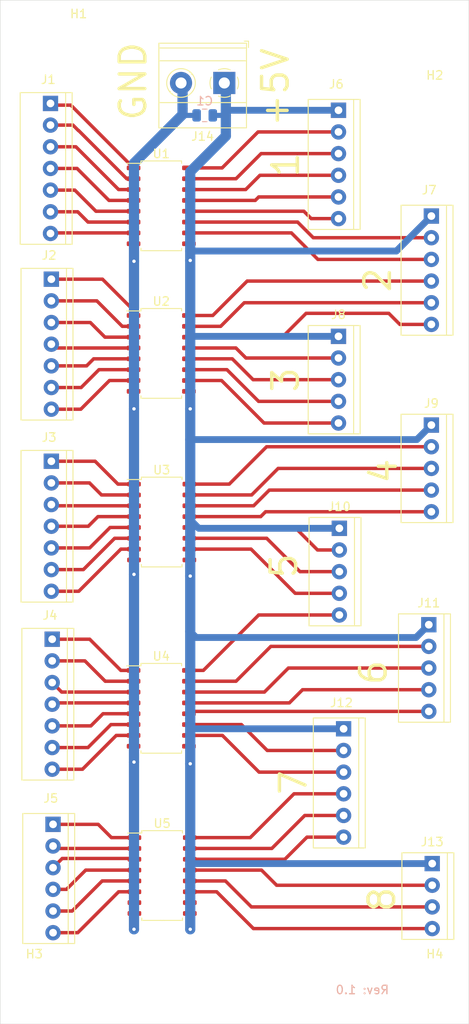
<source format=kicad_pcb>
(kicad_pcb (version 20171130) (host pcbnew "(5.1.10-1-10_14)")

  (general
    (thickness 1.6)
    (drawings 15)
    (tracks 280)
    (zones 0)
    (modules 24)
    (nets 71)
  )

  (page A4)
  (layers
    (0 F.Cu signal)
    (31 B.Cu signal)
    (32 B.Adhes user)
    (33 F.Adhes user)
    (34 B.Paste user)
    (35 F.Paste user)
    (36 B.SilkS user)
    (37 F.SilkS user)
    (38 B.Mask user)
    (39 F.Mask user)
    (40 Dwgs.User user)
    (41 Cmts.User user)
    (42 Eco1.User user)
    (43 Eco2.User user)
    (44 Edge.Cuts user)
    (45 Margin user)
    (46 B.CrtYd user)
    (47 F.CrtYd user)
    (48 B.Fab user hide)
    (49 F.Fab user hide)
  )

  (setup
    (last_trace_width 0.25)
    (user_trace_width 0.4)
    (user_trace_width 0.6)
    (user_trace_width 0.8)
    (user_trace_width 1)
    (user_trace_width 1.2)
    (trace_clearance 0.2)
    (zone_clearance 0.508)
    (zone_45_only no)
    (trace_min 0.2)
    (via_size 0.8)
    (via_drill 0.4)
    (via_min_size 0.4)
    (via_min_drill 0.3)
    (uvia_size 0.3)
    (uvia_drill 0.1)
    (uvias_allowed no)
    (uvia_min_size 0.2)
    (uvia_min_drill 0.1)
    (edge_width 0.05)
    (segment_width 0.2)
    (pcb_text_width 0.3)
    (pcb_text_size 1.5 1.5)
    (mod_edge_width 0.12)
    (mod_text_size 1 1)
    (mod_text_width 0.15)
    (pad_size 1.524 1.524)
    (pad_drill 0.762)
    (pad_to_mask_clearance 0)
    (aux_axis_origin 0 0)
    (visible_elements FFFFFF7F)
    (pcbplotparams
      (layerselection 0x010fc_ffffffff)
      (usegerberextensions true)
      (usegerberattributes true)
      (usegerberadvancedattributes true)
      (creategerberjobfile true)
      (excludeedgelayer true)
      (linewidth 0.100000)
      (plotframeref false)
      (viasonmask false)
      (mode 1)
      (useauxorigin false)
      (hpglpennumber 1)
      (hpglpenspeed 20)
      (hpglpendiameter 15.000000)
      (psnegative false)
      (psa4output false)
      (plotreference true)
      (plotvalue true)
      (plotinvisibletext false)
      (padsonsilk false)
      (subtractmaskfromsilk false)
      (outputformat 1)
      (mirror false)
      (drillshape 0)
      (scaleselection 1)
      (outputdirectory "gerbers"))
  )

  (net 0 "")
  (net 1 +5V)
  (net 2 1_ccs1)
  (net 3 1_ccs2)
  (net 4 1_ccs3)
  (net 5 1_ccs4)
  (net 6 1_ccs5)
  (net 7 2_bcs1)
  (net 8 2_bcs2)
  (net 9 2_bcs3)
  (net 10 2_bcs4)
  (net 11 2_bcs5)
  (net 12 3_ccm4)
  (net 13 3_ccm3)
  (net 14 3_ccm2)
  (net 15 3_ccm1)
  (net 16 4_rp2)
  (net 17 4_rp1)
  (net 18 4_ecm2)
  (net 19 4_ecm1)
  (net 20 5_bcm4)
  (net 21 5_bcm3)
  (net 22 5_bcm2)
  (net 23 5_bcm1)
  (net 24 6_bvs4)
  (net 25 6_bvs3)
  (net 26 6_bvs2)
  (net 27 6_bvs1)
  (net 28 7_br1)
  (net 29 7_br2)
  (net 30 7_br3)
  (net 31 7_br4)
  (net 32 7_br5)
  (net 33 8_cbvm3)
  (net 34 8_cbvm1)
  (net 35 8_cbvm2)
  (net 36 "Net-(J1-Pad4)")
  (net 37 "Net-(J1-Pad3)")
  (net 38 "Net-(J1-Pad6)")
  (net 39 "Net-(J1-Pad1)")
  (net 40 "Net-(J1-Pad5)")
  (net 41 "Net-(J1-Pad2)")
  (net 42 "Net-(J1-Pad7)")
  (net 43 "Net-(J2-Pad4)")
  (net 44 "Net-(J2-Pad3)")
  (net 45 "Net-(J2-Pad6)")
  (net 46 "Net-(J2-Pad1)")
  (net 47 "Net-(J2-Pad5)")
  (net 48 "Net-(J2-Pad2)")
  (net 49 "Net-(J2-Pad7)")
  (net 50 "Net-(J3-Pad4)")
  (net 51 "Net-(J3-Pad3)")
  (net 52 "Net-(J3-Pad6)")
  (net 53 "Net-(J3-Pad1)")
  (net 54 "Net-(J3-Pad5)")
  (net 55 "Net-(J3-Pad2)")
  (net 56 "Net-(J3-Pad7)")
  (net 57 "Net-(J4-Pad1)")
  (net 58 "Net-(J4-Pad2)")
  (net 59 "Net-(J4-Pad3)")
  (net 60 "Net-(J4-Pad4)")
  (net 61 "Net-(J4-Pad5)")
  (net 62 "Net-(J4-Pad6)")
  (net 63 "Net-(J5-Pad4)")
  (net 64 "Net-(J5-Pad3)")
  (net 65 "Net-(J5-Pad6)")
  (net 66 "Net-(J5-Pad1)")
  (net 67 "Net-(J5-Pad5)")
  (net 68 "Net-(J5-Pad2)")
  (net 69 GND)
  (net 70 "Net-(J4-Pad7)")

  (net_class Default "This is the default net class."
    (clearance 0.2)
    (trace_width 0.25)
    (via_dia 0.8)
    (via_drill 0.4)
    (uvia_dia 0.3)
    (uvia_drill 0.1)
    (add_net +5V)
    (add_net 1_ccs1)
    (add_net 1_ccs2)
    (add_net 1_ccs3)
    (add_net 1_ccs4)
    (add_net 1_ccs5)
    (add_net 2_bcs1)
    (add_net 2_bcs2)
    (add_net 2_bcs3)
    (add_net 2_bcs4)
    (add_net 2_bcs5)
    (add_net 3_ccm1)
    (add_net 3_ccm2)
    (add_net 3_ccm3)
    (add_net 3_ccm4)
    (add_net 4_ecm1)
    (add_net 4_ecm2)
    (add_net 4_rp1)
    (add_net 4_rp2)
    (add_net 5_bcm1)
    (add_net 5_bcm2)
    (add_net 5_bcm3)
    (add_net 5_bcm4)
    (add_net 6_bvs1)
    (add_net 6_bvs2)
    (add_net 6_bvs3)
    (add_net 6_bvs4)
    (add_net 7_br1)
    (add_net 7_br2)
    (add_net 7_br3)
    (add_net 7_br4)
    (add_net 7_br5)
    (add_net 8_cbvm1)
    (add_net 8_cbvm2)
    (add_net 8_cbvm3)
    (add_net GND)
    (add_net "Net-(J1-Pad1)")
    (add_net "Net-(J1-Pad2)")
    (add_net "Net-(J1-Pad3)")
    (add_net "Net-(J1-Pad4)")
    (add_net "Net-(J1-Pad5)")
    (add_net "Net-(J1-Pad6)")
    (add_net "Net-(J1-Pad7)")
    (add_net "Net-(J2-Pad1)")
    (add_net "Net-(J2-Pad2)")
    (add_net "Net-(J2-Pad3)")
    (add_net "Net-(J2-Pad4)")
    (add_net "Net-(J2-Pad5)")
    (add_net "Net-(J2-Pad6)")
    (add_net "Net-(J2-Pad7)")
    (add_net "Net-(J3-Pad1)")
    (add_net "Net-(J3-Pad2)")
    (add_net "Net-(J3-Pad3)")
    (add_net "Net-(J3-Pad4)")
    (add_net "Net-(J3-Pad5)")
    (add_net "Net-(J3-Pad6)")
    (add_net "Net-(J3-Pad7)")
    (add_net "Net-(J4-Pad1)")
    (add_net "Net-(J4-Pad2)")
    (add_net "Net-(J4-Pad3)")
    (add_net "Net-(J4-Pad4)")
    (add_net "Net-(J4-Pad5)")
    (add_net "Net-(J4-Pad6)")
    (add_net "Net-(J4-Pad7)")
    (add_net "Net-(J5-Pad1)")
    (add_net "Net-(J5-Pad2)")
    (add_net "Net-(J5-Pad3)")
    (add_net "Net-(J5-Pad4)")
    (add_net "Net-(J5-Pad5)")
    (add_net "Net-(J5-Pad6)")
  )

  (module MountingHole:MountingHole_3.2mm_M3 (layer F.Cu) (tedit 56D1B4CB) (tstamp 627D2408)
    (at 144 147)
    (descr "Mounting Hole 3.2mm, no annular, M3")
    (tags "mounting hole 3.2mm no annular m3")
    (path /62AFACD8)
    (attr virtual)
    (fp_text reference H4 (at 0 -4.2) (layer F.SilkS)
      (effects (font (size 1 1) (thickness 0.15)))
    )
    (fp_text value MountingHole (at 0 4.2) (layer F.Fab)
      (effects (font (size 1 1) (thickness 0.15)))
    )
    (fp_circle (center 0 0) (end 3.45 0) (layer F.CrtYd) (width 0.05))
    (fp_circle (center 0 0) (end 3.2 0) (layer Cmts.User) (width 0.15))
    (fp_text user %R (at 0.3 0) (layer F.Fab)
      (effects (font (size 1 1) (thickness 0.15)))
    )
    (pad 1 np_thru_hole circle (at 0 0) (size 3.2 3.2) (drill 3.2) (layers *.Cu *.Mask))
  )

  (module MountingHole:MountingHole_3.2mm_M3 (layer F.Cu) (tedit 56D1B4CB) (tstamp 627D2400)
    (at 97 147)
    (descr "Mounting Hole 3.2mm, no annular, M3")
    (tags "mounting hole 3.2mm no annular m3")
    (path /62AFA867)
    (attr virtual)
    (fp_text reference H3 (at 0 -4.2) (layer F.SilkS)
      (effects (font (size 1 1) (thickness 0.15)))
    )
    (fp_text value MountingHole (at 0 4.2) (layer F.Fab)
      (effects (font (size 1 1) (thickness 0.15)))
    )
    (fp_circle (center 0 0) (end 3.45 0) (layer F.CrtYd) (width 0.05))
    (fp_circle (center 0 0) (end 3.2 0) (layer Cmts.User) (width 0.15))
    (fp_text user %R (at 0.3 0) (layer F.Fab)
      (effects (font (size 1 1) (thickness 0.15)))
    )
    (pad 1 np_thru_hole circle (at 0 0) (size 3.2 3.2) (drill 3.2) (layers *.Cu *.Mask))
  )

  (module MountingHole:MountingHole_3.2mm_M3 (layer F.Cu) (tedit 56D1B4CB) (tstamp 627D23F8)
    (at 144 35)
    (descr "Mounting Hole 3.2mm, no annular, M3")
    (tags "mounting hole 3.2mm no annular m3")
    (path /62AFA56C)
    (attr virtual)
    (fp_text reference H2 (at 0 4.8) (layer F.SilkS)
      (effects (font (size 1 1) (thickness 0.15)))
    )
    (fp_text value MountingHole (at 0 4.2) (layer F.Fab)
      (effects (font (size 1 1) (thickness 0.15)))
    )
    (fp_circle (center 0 0) (end 3.45 0) (layer F.CrtYd) (width 0.05))
    (fp_circle (center 0 0) (end 3.2 0) (layer Cmts.User) (width 0.15))
    (fp_text user %R (at 0.3 0) (layer F.Fab)
      (effects (font (size 1 1) (thickness 0.15)))
    )
    (pad 1 np_thru_hole circle (at 0 0) (size 3.2 3.2) (drill 3.2) (layers *.Cu *.Mask))
  )

  (module MountingHole:MountingHole_3.2mm_M3 (layer F.Cu) (tedit 56D1B4CB) (tstamp 627D23F0)
    (at 97 35)
    (descr "Mounting Hole 3.2mm, no annular, M3")
    (tags "mounting hole 3.2mm no annular m3")
    (path /62ACC6AC)
    (attr virtual)
    (fp_text reference H1 (at 5.2 -2.4) (layer F.SilkS)
      (effects (font (size 1 1) (thickness 0.15)))
    )
    (fp_text value MountingHole (at 0 4.2) (layer F.Fab)
      (effects (font (size 1 1) (thickness 0.15)))
    )
    (fp_circle (center 0 0) (end 3.45 0) (layer F.CrtYd) (width 0.05))
    (fp_circle (center 0 0) (end 3.2 0) (layer Cmts.User) (width 0.15))
    (fp_text user %R (at 0.3 0) (layer F.Fab)
      (effects (font (size 1 1) (thickness 0.15)))
    )
    (pad 1 np_thru_hole circle (at 0 0) (size 3.2 3.2) (drill 3.2) (layers *.Cu *.Mask))
  )

  (module Package_SO:SOIC-16_4.55x10.3mm_P1.27mm (layer F.Cu) (tedit 5D9F72B1) (tstamp 627D0686)
    (at 112 133.6)
    (descr "SOIC, 16 Pin (https://toshiba.semicon-storage.com/info/docget.jsp?did=12858&prodName=TLP291-4), generated with kicad-footprint-generator ipc_gullwing_generator.py")
    (tags "SOIC SO")
    (path /62829E51)
    (attr smd)
    (fp_text reference U5 (at 0 -6.1) (layer F.SilkS)
      (effects (font (size 1 1) (thickness 0.15)))
    )
    (fp_text value ULN2004A (at 0 6.1) (layer F.Fab)
      (effects (font (size 1 1) (thickness 0.15)))
    )
    (fp_line (start 4.3 -5.4) (end -4.3 -5.4) (layer F.CrtYd) (width 0.05))
    (fp_line (start 4.3 5.4) (end 4.3 -5.4) (layer F.CrtYd) (width 0.05))
    (fp_line (start -4.3 5.4) (end 4.3 5.4) (layer F.CrtYd) (width 0.05))
    (fp_line (start -4.3 -5.4) (end -4.3 5.4) (layer F.CrtYd) (width 0.05))
    (fp_line (start -2.275 -4.15) (end -1.275 -5.15) (layer F.Fab) (width 0.1))
    (fp_line (start -2.275 5.15) (end -2.275 -4.15) (layer F.Fab) (width 0.1))
    (fp_line (start 2.275 5.15) (end -2.275 5.15) (layer F.Fab) (width 0.1))
    (fp_line (start 2.275 -5.15) (end 2.275 5.15) (layer F.Fab) (width 0.1))
    (fp_line (start -1.275 -5.15) (end 2.275 -5.15) (layer F.Fab) (width 0.1))
    (fp_line (start -2.385 -4.98) (end -4.05 -4.98) (layer F.SilkS) (width 0.12))
    (fp_line (start -2.385 -5.26) (end -2.385 -4.98) (layer F.SilkS) (width 0.12))
    (fp_line (start 0 -5.26) (end -2.385 -5.26) (layer F.SilkS) (width 0.12))
    (fp_line (start 2.385 -5.26) (end 2.385 -4.98) (layer F.SilkS) (width 0.12))
    (fp_line (start 0 -5.26) (end 2.385 -5.26) (layer F.SilkS) (width 0.12))
    (fp_line (start -2.385 5.26) (end -2.385 4.98) (layer F.SilkS) (width 0.12))
    (fp_line (start 0 5.26) (end -2.385 5.26) (layer F.SilkS) (width 0.12))
    (fp_line (start 2.385 5.26) (end 2.385 4.98) (layer F.SilkS) (width 0.12))
    (fp_line (start 0 5.26) (end 2.385 5.26) (layer F.SilkS) (width 0.12))
    (fp_text user %R (at 0 0) (layer F.Fab)
      (effects (font (size 1 1) (thickness 0.15)))
    )
    (pad 16 smd roundrect (at 3.25 -4.445) (size 1.6 0.55) (layers F.Cu F.Paste F.Mask) (roundrect_rratio 0.25)
      (net 30 7_br3))
    (pad 15 smd roundrect (at 3.25 -3.175) (size 1.6 0.55) (layers F.Cu F.Paste F.Mask) (roundrect_rratio 0.25)
      (net 31 7_br4))
    (pad 14 smd roundrect (at 3.25 -1.905) (size 1.6 0.55) (layers F.Cu F.Paste F.Mask) (roundrect_rratio 0.25)
      (net 32 7_br5))
    (pad 13 smd roundrect (at 3.25 -0.635) (size 1.6 0.55) (layers F.Cu F.Paste F.Mask) (roundrect_rratio 0.25)
      (net 34 8_cbvm1))
    (pad 12 smd roundrect (at 3.25 0.635) (size 1.6 0.55) (layers F.Cu F.Paste F.Mask) (roundrect_rratio 0.25)
      (net 35 8_cbvm2))
    (pad 11 smd roundrect (at 3.25 1.905) (size 1.6 0.55) (layers F.Cu F.Paste F.Mask) (roundrect_rratio 0.25)
      (net 33 8_cbvm3))
    (pad 10 smd roundrect (at 3.25 3.175) (size 1.6 0.55) (layers F.Cu F.Paste F.Mask) (roundrect_rratio 0.25))
    (pad 9 smd roundrect (at 3.25 4.445) (size 1.6 0.55) (layers F.Cu F.Paste F.Mask) (roundrect_rratio 0.25)
      (net 1 +5V))
    (pad 8 smd roundrect (at -3.25 4.445) (size 1.6 0.55) (layers F.Cu F.Paste F.Mask) (roundrect_rratio 0.25)
      (net 69 GND))
    (pad 7 smd roundrect (at -3.25 3.175) (size 1.6 0.55) (layers F.Cu F.Paste F.Mask) (roundrect_rratio 0.25))
    (pad 6 smd roundrect (at -3.25 1.905) (size 1.6 0.55) (layers F.Cu F.Paste F.Mask) (roundrect_rratio 0.25)
      (net 65 "Net-(J5-Pad6)"))
    (pad 5 smd roundrect (at -3.25 0.635) (size 1.6 0.55) (layers F.Cu F.Paste F.Mask) (roundrect_rratio 0.25)
      (net 67 "Net-(J5-Pad5)"))
    (pad 4 smd roundrect (at -3.25 -0.635) (size 1.6 0.55) (layers F.Cu F.Paste F.Mask) (roundrect_rratio 0.25)
      (net 63 "Net-(J5-Pad4)"))
    (pad 3 smd roundrect (at -3.25 -1.905) (size 1.6 0.55) (layers F.Cu F.Paste F.Mask) (roundrect_rratio 0.25)
      (net 64 "Net-(J5-Pad3)"))
    (pad 2 smd roundrect (at -3.25 -3.175) (size 1.6 0.55) (layers F.Cu F.Paste F.Mask) (roundrect_rratio 0.25)
      (net 68 "Net-(J5-Pad2)"))
    (pad 1 smd roundrect (at -3.25 -4.445) (size 1.6 0.55) (layers F.Cu F.Paste F.Mask) (roundrect_rratio 0.25)
      (net 66 "Net-(J5-Pad1)"))
    (model ${KISYS3DMOD}/Package_SO.3dshapes/SOIC-16_4.55x10.3mm_P1.27mm.wrl
      (at (xyz 0 0 0))
      (scale (xyz 1 1 1))
      (rotate (xyz 0 0 0))
    )
  )

  (module Package_SO:SOIC-16_4.55x10.3mm_P1.27mm (layer F.Cu) (tedit 5D9F72B1) (tstamp 627D065F)
    (at 111.9 114)
    (descr "SOIC, 16 Pin (https://toshiba.semicon-storage.com/info/docget.jsp?did=12858&prodName=TLP291-4), generated with kicad-footprint-generator ipc_gullwing_generator.py")
    (tags "SOIC SO")
    (path /628275E4)
    (attr smd)
    (fp_text reference U4 (at 0 -6.1) (layer F.SilkS)
      (effects (font (size 1 1) (thickness 0.15)))
    )
    (fp_text value ULN2004A (at 0 6.1) (layer F.Fab)
      (effects (font (size 1 1) (thickness 0.15)))
    )
    (fp_line (start 4.3 -5.4) (end -4.3 -5.4) (layer F.CrtYd) (width 0.05))
    (fp_line (start 4.3 5.4) (end 4.3 -5.4) (layer F.CrtYd) (width 0.05))
    (fp_line (start -4.3 5.4) (end 4.3 5.4) (layer F.CrtYd) (width 0.05))
    (fp_line (start -4.3 -5.4) (end -4.3 5.4) (layer F.CrtYd) (width 0.05))
    (fp_line (start -2.275 -4.15) (end -1.275 -5.15) (layer F.Fab) (width 0.1))
    (fp_line (start -2.275 5.15) (end -2.275 -4.15) (layer F.Fab) (width 0.1))
    (fp_line (start 2.275 5.15) (end -2.275 5.15) (layer F.Fab) (width 0.1))
    (fp_line (start 2.275 -5.15) (end 2.275 5.15) (layer F.Fab) (width 0.1))
    (fp_line (start -1.275 -5.15) (end 2.275 -5.15) (layer F.Fab) (width 0.1))
    (fp_line (start -2.385 -4.98) (end -4.05 -4.98) (layer F.SilkS) (width 0.12))
    (fp_line (start -2.385 -5.26) (end -2.385 -4.98) (layer F.SilkS) (width 0.12))
    (fp_line (start 0 -5.26) (end -2.385 -5.26) (layer F.SilkS) (width 0.12))
    (fp_line (start 2.385 -5.26) (end 2.385 -4.98) (layer F.SilkS) (width 0.12))
    (fp_line (start 0 -5.26) (end 2.385 -5.26) (layer F.SilkS) (width 0.12))
    (fp_line (start -2.385 5.26) (end -2.385 4.98) (layer F.SilkS) (width 0.12))
    (fp_line (start 0 5.26) (end -2.385 5.26) (layer F.SilkS) (width 0.12))
    (fp_line (start 2.385 5.26) (end 2.385 4.98) (layer F.SilkS) (width 0.12))
    (fp_line (start 0 5.26) (end 2.385 5.26) (layer F.SilkS) (width 0.12))
    (fp_text user %R (at 0 0) (layer F.Fab)
      (effects (font (size 1 1) (thickness 0.15)))
    )
    (pad 16 smd roundrect (at 3.25 -4.445) (size 1.6 0.55) (layers F.Cu F.Paste F.Mask) (roundrect_rratio 0.25)
      (net 20 5_bcm4))
    (pad 15 smd roundrect (at 3.25 -3.175) (size 1.6 0.55) (layers F.Cu F.Paste F.Mask) (roundrect_rratio 0.25)
      (net 27 6_bvs1))
    (pad 14 smd roundrect (at 3.25 -1.905) (size 1.6 0.55) (layers F.Cu F.Paste F.Mask) (roundrect_rratio 0.25)
      (net 26 6_bvs2))
    (pad 13 smd roundrect (at 3.25 -0.635) (size 1.6 0.55) (layers F.Cu F.Paste F.Mask) (roundrect_rratio 0.25)
      (net 25 6_bvs3))
    (pad 12 smd roundrect (at 3.25 0.635) (size 1.6 0.55) (layers F.Cu F.Paste F.Mask) (roundrect_rratio 0.25)
      (net 24 6_bvs4))
    (pad 11 smd roundrect (at 3.25 1.905) (size 1.6 0.55) (layers F.Cu F.Paste F.Mask) (roundrect_rratio 0.25)
      (net 28 7_br1))
    (pad 10 smd roundrect (at 3.25 3.175) (size 1.6 0.55) (layers F.Cu F.Paste F.Mask) (roundrect_rratio 0.25)
      (net 29 7_br2))
    (pad 9 smd roundrect (at 3.25 4.445) (size 1.6 0.55) (layers F.Cu F.Paste F.Mask) (roundrect_rratio 0.25)
      (net 1 +5V))
    (pad 8 smd roundrect (at -3.25 4.445) (size 1.6 0.55) (layers F.Cu F.Paste F.Mask) (roundrect_rratio 0.25)
      (net 69 GND))
    (pad 7 smd roundrect (at -3.25 3.175) (size 1.6 0.55) (layers F.Cu F.Paste F.Mask) (roundrect_rratio 0.25)
      (net 70 "Net-(J4-Pad7)"))
    (pad 6 smd roundrect (at -3.25 1.905) (size 1.6 0.55) (layers F.Cu F.Paste F.Mask) (roundrect_rratio 0.25)
      (net 62 "Net-(J4-Pad6)"))
    (pad 5 smd roundrect (at -3.25 0.635) (size 1.6 0.55) (layers F.Cu F.Paste F.Mask) (roundrect_rratio 0.25)
      (net 61 "Net-(J4-Pad5)"))
    (pad 4 smd roundrect (at -3.25 -0.635) (size 1.6 0.55) (layers F.Cu F.Paste F.Mask) (roundrect_rratio 0.25)
      (net 60 "Net-(J4-Pad4)"))
    (pad 3 smd roundrect (at -3.25 -1.905) (size 1.6 0.55) (layers F.Cu F.Paste F.Mask) (roundrect_rratio 0.25)
      (net 59 "Net-(J4-Pad3)"))
    (pad 2 smd roundrect (at -3.25 -3.175) (size 1.6 0.55) (layers F.Cu F.Paste F.Mask) (roundrect_rratio 0.25)
      (net 58 "Net-(J4-Pad2)"))
    (pad 1 smd roundrect (at -3.25 -4.445) (size 1.6 0.55) (layers F.Cu F.Paste F.Mask) (roundrect_rratio 0.25)
      (net 57 "Net-(J4-Pad1)"))
    (model ${KISYS3DMOD}/Package_SO.3dshapes/SOIC-16_4.55x10.3mm_P1.27mm.wrl
      (at (xyz 0 0 0))
      (scale (xyz 1 1 1))
      (rotate (xyz 0 0 0))
    )
  )

  (module Package_SO:SOIC-16_4.55x10.3mm_P1.27mm (layer F.Cu) (tedit 5D9F72B1) (tstamp 627D0FB4)
    (at 111.95 92.165)
    (descr "SOIC, 16 Pin (https://toshiba.semicon-storage.com/info/docget.jsp?did=12858&prodName=TLP291-4), generated with kicad-footprint-generator ipc_gullwing_generator.py")
    (tags "SOIC SO")
    (path /62823162)
    (attr smd)
    (fp_text reference U3 (at 0 -6.1) (layer F.SilkS)
      (effects (font (size 1 1) (thickness 0.15)))
    )
    (fp_text value ULN2004A (at 0 6.1) (layer F.Fab)
      (effects (font (size 1 1) (thickness 0.15)))
    )
    (fp_line (start 4.3 -5.4) (end -4.3 -5.4) (layer F.CrtYd) (width 0.05))
    (fp_line (start 4.3 5.4) (end 4.3 -5.4) (layer F.CrtYd) (width 0.05))
    (fp_line (start -4.3 5.4) (end 4.3 5.4) (layer F.CrtYd) (width 0.05))
    (fp_line (start -4.3 -5.4) (end -4.3 5.4) (layer F.CrtYd) (width 0.05))
    (fp_line (start -2.275 -4.15) (end -1.275 -5.15) (layer F.Fab) (width 0.1))
    (fp_line (start -2.275 5.15) (end -2.275 -4.15) (layer F.Fab) (width 0.1))
    (fp_line (start 2.275 5.15) (end -2.275 5.15) (layer F.Fab) (width 0.1))
    (fp_line (start 2.275 -5.15) (end 2.275 5.15) (layer F.Fab) (width 0.1))
    (fp_line (start -1.275 -5.15) (end 2.275 -5.15) (layer F.Fab) (width 0.1))
    (fp_line (start -2.385 -4.98) (end -4.05 -4.98) (layer F.SilkS) (width 0.12))
    (fp_line (start -2.385 -5.26) (end -2.385 -4.98) (layer F.SilkS) (width 0.12))
    (fp_line (start 0 -5.26) (end -2.385 -5.26) (layer F.SilkS) (width 0.12))
    (fp_line (start 2.385 -5.26) (end 2.385 -4.98) (layer F.SilkS) (width 0.12))
    (fp_line (start 0 -5.26) (end 2.385 -5.26) (layer F.SilkS) (width 0.12))
    (fp_line (start -2.385 5.26) (end -2.385 4.98) (layer F.SilkS) (width 0.12))
    (fp_line (start 0 5.26) (end -2.385 5.26) (layer F.SilkS) (width 0.12))
    (fp_line (start 2.385 5.26) (end 2.385 4.98) (layer F.SilkS) (width 0.12))
    (fp_line (start 0 5.26) (end 2.385 5.26) (layer F.SilkS) (width 0.12))
    (fp_text user %R (at 0 0) (layer F.Fab)
      (effects (font (size 1 1) (thickness 0.15)))
    )
    (pad 16 smd roundrect (at 3.25 -4.445) (size 1.6 0.55) (layers F.Cu F.Paste F.Mask) (roundrect_rratio 0.25)
      (net 19 4_ecm1))
    (pad 15 smd roundrect (at 3.25 -3.175) (size 1.6 0.55) (layers F.Cu F.Paste F.Mask) (roundrect_rratio 0.25)
      (net 18 4_ecm2))
    (pad 14 smd roundrect (at 3.25 -1.905) (size 1.6 0.55) (layers F.Cu F.Paste F.Mask) (roundrect_rratio 0.25)
      (net 17 4_rp1))
    (pad 13 smd roundrect (at 3.25 -0.635) (size 1.6 0.55) (layers F.Cu F.Paste F.Mask) (roundrect_rratio 0.25)
      (net 16 4_rp2))
    (pad 12 smd roundrect (at 3.25 0.635) (size 1.6 0.55) (layers F.Cu F.Paste F.Mask) (roundrect_rratio 0.25)
      (net 23 5_bcm1))
    (pad 11 smd roundrect (at 3.25 1.905) (size 1.6 0.55) (layers F.Cu F.Paste F.Mask) (roundrect_rratio 0.25)
      (net 22 5_bcm2))
    (pad 10 smd roundrect (at 3.25 3.175) (size 1.6 0.55) (layers F.Cu F.Paste F.Mask) (roundrect_rratio 0.25)
      (net 21 5_bcm3))
    (pad 9 smd roundrect (at 3.25 4.445) (size 1.6 0.55) (layers F.Cu F.Paste F.Mask) (roundrect_rratio 0.25)
      (net 1 +5V))
    (pad 8 smd roundrect (at -3.25 4.445) (size 1.6 0.55) (layers F.Cu F.Paste F.Mask) (roundrect_rratio 0.25)
      (net 69 GND))
    (pad 7 smd roundrect (at -3.25 3.175) (size 1.6 0.55) (layers F.Cu F.Paste F.Mask) (roundrect_rratio 0.25)
      (net 56 "Net-(J3-Pad7)"))
    (pad 6 smd roundrect (at -3.25 1.905) (size 1.6 0.55) (layers F.Cu F.Paste F.Mask) (roundrect_rratio 0.25)
      (net 52 "Net-(J3-Pad6)"))
    (pad 5 smd roundrect (at -3.25 0.635) (size 1.6 0.55) (layers F.Cu F.Paste F.Mask) (roundrect_rratio 0.25)
      (net 54 "Net-(J3-Pad5)"))
    (pad 4 smd roundrect (at -3.25 -0.635) (size 1.6 0.55) (layers F.Cu F.Paste F.Mask) (roundrect_rratio 0.25)
      (net 50 "Net-(J3-Pad4)"))
    (pad 3 smd roundrect (at -3.25 -1.905) (size 1.6 0.55) (layers F.Cu F.Paste F.Mask) (roundrect_rratio 0.25)
      (net 51 "Net-(J3-Pad3)"))
    (pad 2 smd roundrect (at -3.25 -3.175) (size 1.6 0.55) (layers F.Cu F.Paste F.Mask) (roundrect_rratio 0.25)
      (net 55 "Net-(J3-Pad2)"))
    (pad 1 smd roundrect (at -3.25 -4.445) (size 1.6 0.55) (layers F.Cu F.Paste F.Mask) (roundrect_rratio 0.25)
      (net 53 "Net-(J3-Pad1)"))
    (model ${KISYS3DMOD}/Package_SO.3dshapes/SOIC-16_4.55x10.3mm_P1.27mm.wrl
      (at (xyz 0 0 0))
      (scale (xyz 1 1 1))
      (rotate (xyz 0 0 0))
    )
  )

  (module Package_SO:SOIC-16_4.55x10.3mm_P1.27mm (layer F.Cu) (tedit 5D9F72B1) (tstamp 627D0611)
    (at 111.9 72.4)
    (descr "SOIC, 16 Pin (https://toshiba.semicon-storage.com/info/docget.jsp?did=12858&prodName=TLP291-4), generated with kicad-footprint-generator ipc_gullwing_generator.py")
    (tags "SOIC SO")
    (path /6281FD14)
    (attr smd)
    (fp_text reference U2 (at 0 -6.1) (layer F.SilkS)
      (effects (font (size 1 1) (thickness 0.15)))
    )
    (fp_text value ULN2004A (at 0 6.1) (layer F.Fab)
      (effects (font (size 1 1) (thickness 0.15)))
    )
    (fp_line (start 4.3 -5.4) (end -4.3 -5.4) (layer F.CrtYd) (width 0.05))
    (fp_line (start 4.3 5.4) (end 4.3 -5.4) (layer F.CrtYd) (width 0.05))
    (fp_line (start -4.3 5.4) (end 4.3 5.4) (layer F.CrtYd) (width 0.05))
    (fp_line (start -4.3 -5.4) (end -4.3 5.4) (layer F.CrtYd) (width 0.05))
    (fp_line (start -2.275 -4.15) (end -1.275 -5.15) (layer F.Fab) (width 0.1))
    (fp_line (start -2.275 5.15) (end -2.275 -4.15) (layer F.Fab) (width 0.1))
    (fp_line (start 2.275 5.15) (end -2.275 5.15) (layer F.Fab) (width 0.1))
    (fp_line (start 2.275 -5.15) (end 2.275 5.15) (layer F.Fab) (width 0.1))
    (fp_line (start -1.275 -5.15) (end 2.275 -5.15) (layer F.Fab) (width 0.1))
    (fp_line (start -2.385 -4.98) (end -4.05 -4.98) (layer F.SilkS) (width 0.12))
    (fp_line (start -2.385 -5.26) (end -2.385 -4.98) (layer F.SilkS) (width 0.12))
    (fp_line (start 0 -5.26) (end -2.385 -5.26) (layer F.SilkS) (width 0.12))
    (fp_line (start 2.385 -5.26) (end 2.385 -4.98) (layer F.SilkS) (width 0.12))
    (fp_line (start 0 -5.26) (end 2.385 -5.26) (layer F.SilkS) (width 0.12))
    (fp_line (start -2.385 5.26) (end -2.385 4.98) (layer F.SilkS) (width 0.12))
    (fp_line (start 0 5.26) (end -2.385 5.26) (layer F.SilkS) (width 0.12))
    (fp_line (start 2.385 5.26) (end 2.385 4.98) (layer F.SilkS) (width 0.12))
    (fp_line (start 0 5.26) (end 2.385 5.26) (layer F.SilkS) (width 0.12))
    (fp_text user %R (at 0 0) (layer F.Fab)
      (effects (font (size 1 1) (thickness 0.15)))
    )
    (pad 16 smd roundrect (at 3.25 -4.445) (size 1.6 0.55) (layers F.Cu F.Paste F.Mask) (roundrect_rratio 0.25)
      (net 9 2_bcs3))
    (pad 15 smd roundrect (at 3.25 -3.175) (size 1.6 0.55) (layers F.Cu F.Paste F.Mask) (roundrect_rratio 0.25)
      (net 10 2_bcs4))
    (pad 14 smd roundrect (at 3.25 -1.905) (size 1.6 0.55) (layers F.Cu F.Paste F.Mask) (roundrect_rratio 0.25)
      (net 11 2_bcs5))
    (pad 13 smd roundrect (at 3.25 -0.635) (size 1.6 0.55) (layers F.Cu F.Paste F.Mask) (roundrect_rratio 0.25)
      (net 15 3_ccm1))
    (pad 12 smd roundrect (at 3.25 0.635) (size 1.6 0.55) (layers F.Cu F.Paste F.Mask) (roundrect_rratio 0.25)
      (net 14 3_ccm2))
    (pad 11 smd roundrect (at 3.25 1.905) (size 1.6 0.55) (layers F.Cu F.Paste F.Mask) (roundrect_rratio 0.25)
      (net 13 3_ccm3))
    (pad 10 smd roundrect (at 3.25 3.175) (size 1.6 0.55) (layers F.Cu F.Paste F.Mask) (roundrect_rratio 0.25)
      (net 12 3_ccm4))
    (pad 9 smd roundrect (at 3.25 4.445) (size 1.6 0.55) (layers F.Cu F.Paste F.Mask) (roundrect_rratio 0.25)
      (net 1 +5V))
    (pad 8 smd roundrect (at -3.25 4.445) (size 1.6 0.55) (layers F.Cu F.Paste F.Mask) (roundrect_rratio 0.25)
      (net 69 GND))
    (pad 7 smd roundrect (at -3.25 3.175) (size 1.6 0.55) (layers F.Cu F.Paste F.Mask) (roundrect_rratio 0.25)
      (net 49 "Net-(J2-Pad7)"))
    (pad 6 smd roundrect (at -3.25 1.905) (size 1.6 0.55) (layers F.Cu F.Paste F.Mask) (roundrect_rratio 0.25)
      (net 45 "Net-(J2-Pad6)"))
    (pad 5 smd roundrect (at -3.25 0.635) (size 1.6 0.55) (layers F.Cu F.Paste F.Mask) (roundrect_rratio 0.25)
      (net 47 "Net-(J2-Pad5)"))
    (pad 4 smd roundrect (at -3.25 -0.635) (size 1.6 0.55) (layers F.Cu F.Paste F.Mask) (roundrect_rratio 0.25)
      (net 43 "Net-(J2-Pad4)"))
    (pad 3 smd roundrect (at -3.25 -1.905) (size 1.6 0.55) (layers F.Cu F.Paste F.Mask) (roundrect_rratio 0.25)
      (net 44 "Net-(J2-Pad3)"))
    (pad 2 smd roundrect (at -3.25 -3.175) (size 1.6 0.55) (layers F.Cu F.Paste F.Mask) (roundrect_rratio 0.25)
      (net 48 "Net-(J2-Pad2)"))
    (pad 1 smd roundrect (at -3.25 -4.445) (size 1.6 0.55) (layers F.Cu F.Paste F.Mask) (roundrect_rratio 0.25)
      (net 46 "Net-(J2-Pad1)"))
    (model ${KISYS3DMOD}/Package_SO.3dshapes/SOIC-16_4.55x10.3mm_P1.27mm.wrl
      (at (xyz 0 0 0))
      (scale (xyz 1 1 1))
      (rotate (xyz 0 0 0))
    )
  )

  (module Package_SO:SOIC-16_4.55x10.3mm_P1.27mm (layer F.Cu) (tedit 5D9F72B1) (tstamp 627D05EA)
    (at 111.9 55.1)
    (descr "SOIC, 16 Pin (https://toshiba.semicon-storage.com/info/docget.jsp?did=12858&prodName=TLP291-4), generated with kicad-footprint-generator ipc_gullwing_generator.py")
    (tags "SOIC SO")
    (path /627D7261)
    (attr smd)
    (fp_text reference U1 (at 0 -6.1) (layer F.SilkS)
      (effects (font (size 1 1) (thickness 0.15)))
    )
    (fp_text value ULN2004A (at 0 6.1) (layer F.Fab)
      (effects (font (size 1 1) (thickness 0.15)))
    )
    (fp_line (start 4.3 -5.4) (end -4.3 -5.4) (layer F.CrtYd) (width 0.05))
    (fp_line (start 4.3 5.4) (end 4.3 -5.4) (layer F.CrtYd) (width 0.05))
    (fp_line (start -4.3 5.4) (end 4.3 5.4) (layer F.CrtYd) (width 0.05))
    (fp_line (start -4.3 -5.4) (end -4.3 5.4) (layer F.CrtYd) (width 0.05))
    (fp_line (start -2.275 -4.15) (end -1.275 -5.15) (layer F.Fab) (width 0.1))
    (fp_line (start -2.275 5.15) (end -2.275 -4.15) (layer F.Fab) (width 0.1))
    (fp_line (start 2.275 5.15) (end -2.275 5.15) (layer F.Fab) (width 0.1))
    (fp_line (start 2.275 -5.15) (end 2.275 5.15) (layer F.Fab) (width 0.1))
    (fp_line (start -1.275 -5.15) (end 2.275 -5.15) (layer F.Fab) (width 0.1))
    (fp_line (start -2.385 -4.98) (end -4.05 -4.98) (layer F.SilkS) (width 0.12))
    (fp_line (start -2.385 -5.26) (end -2.385 -4.98) (layer F.SilkS) (width 0.12))
    (fp_line (start 0 -5.26) (end -2.385 -5.26) (layer F.SilkS) (width 0.12))
    (fp_line (start 2.385 -5.26) (end 2.385 -4.98) (layer F.SilkS) (width 0.12))
    (fp_line (start 0 -5.26) (end 2.385 -5.26) (layer F.SilkS) (width 0.12))
    (fp_line (start -2.385 5.26) (end -2.385 4.98) (layer F.SilkS) (width 0.12))
    (fp_line (start 0 5.26) (end -2.385 5.26) (layer F.SilkS) (width 0.12))
    (fp_line (start 2.385 5.26) (end 2.385 4.98) (layer F.SilkS) (width 0.12))
    (fp_line (start 0 5.26) (end 2.385 5.26) (layer F.SilkS) (width 0.12))
    (fp_text user %R (at 0 0) (layer F.Fab)
      (effects (font (size 1 1) (thickness 0.15)))
    )
    (pad 16 smd roundrect (at 3.25 -4.445) (size 1.6 0.55) (layers F.Cu F.Paste F.Mask) (roundrect_rratio 0.25)
      (net 2 1_ccs1))
    (pad 15 smd roundrect (at 3.25 -3.175) (size 1.6 0.55) (layers F.Cu F.Paste F.Mask) (roundrect_rratio 0.25)
      (net 3 1_ccs2))
    (pad 14 smd roundrect (at 3.25 -1.905) (size 1.6 0.55) (layers F.Cu F.Paste F.Mask) (roundrect_rratio 0.25)
      (net 4 1_ccs3))
    (pad 13 smd roundrect (at 3.25 -0.635) (size 1.6 0.55) (layers F.Cu F.Paste F.Mask) (roundrect_rratio 0.25)
      (net 5 1_ccs4))
    (pad 12 smd roundrect (at 3.25 0.635) (size 1.6 0.55) (layers F.Cu F.Paste F.Mask) (roundrect_rratio 0.25)
      (net 6 1_ccs5))
    (pad 11 smd roundrect (at 3.25 1.905) (size 1.6 0.55) (layers F.Cu F.Paste F.Mask) (roundrect_rratio 0.25)
      (net 7 2_bcs1))
    (pad 10 smd roundrect (at 3.25 3.175) (size 1.6 0.55) (layers F.Cu F.Paste F.Mask) (roundrect_rratio 0.25)
      (net 8 2_bcs2))
    (pad 9 smd roundrect (at 3.25 4.445) (size 1.6 0.55) (layers F.Cu F.Paste F.Mask) (roundrect_rratio 0.25)
      (net 1 +5V))
    (pad 8 smd roundrect (at -3.25 4.445) (size 1.6 0.55) (layers F.Cu F.Paste F.Mask) (roundrect_rratio 0.25)
      (net 69 GND))
    (pad 7 smd roundrect (at -3.25 3.175) (size 1.6 0.55) (layers F.Cu F.Paste F.Mask) (roundrect_rratio 0.25)
      (net 42 "Net-(J1-Pad7)"))
    (pad 6 smd roundrect (at -3.25 1.905) (size 1.6 0.55) (layers F.Cu F.Paste F.Mask) (roundrect_rratio 0.25)
      (net 38 "Net-(J1-Pad6)"))
    (pad 5 smd roundrect (at -3.25 0.635) (size 1.6 0.55) (layers F.Cu F.Paste F.Mask) (roundrect_rratio 0.25)
      (net 40 "Net-(J1-Pad5)"))
    (pad 4 smd roundrect (at -3.25 -0.635) (size 1.6 0.55) (layers F.Cu F.Paste F.Mask) (roundrect_rratio 0.25)
      (net 36 "Net-(J1-Pad4)"))
    (pad 3 smd roundrect (at -3.25 -1.905) (size 1.6 0.55) (layers F.Cu F.Paste F.Mask) (roundrect_rratio 0.25)
      (net 37 "Net-(J1-Pad3)"))
    (pad 2 smd roundrect (at -3.25 -3.175) (size 1.6 0.55) (layers F.Cu F.Paste F.Mask) (roundrect_rratio 0.25)
      (net 41 "Net-(J1-Pad2)"))
    (pad 1 smd roundrect (at -3.25 -4.445) (size 1.6 0.55) (layers F.Cu F.Paste F.Mask) (roundrect_rratio 0.25)
      (net 39 "Net-(J1-Pad1)"))
    (model ${KISYS3DMOD}/Package_SO.3dshapes/SOIC-16_4.55x10.3mm_P1.27mm.wrl
      (at (xyz 0 0 0))
      (scale (xyz 1 1 1))
      (rotate (xyz 0 0 0))
    )
  )

  (module TerminalBlock_Phoenix:TerminalBlock_Phoenix_MKDS-1,5-2-5.08_1x02_P5.08mm_Horizontal (layer F.Cu) (tedit 5B294EBC) (tstamp 627D05C3)
    (at 119.3 40.7 180)
    (descr "Terminal Block Phoenix MKDS-1,5-2-5.08, 2 pins, pitch 5.08mm, size 10.2x9.8mm^2, drill diamater 1.3mm, pad diameter 2.6mm, see http://www.farnell.com/datasheets/100425.pdf, script-generated using https://github.com/pointhi/kicad-footprint-generator/scripts/TerminalBlock_Phoenix")
    (tags "THT Terminal Block Phoenix MKDS-1,5-2-5.08 pitch 5.08mm size 10.2x9.8mm^2 drill 1.3mm pad 2.6mm")
    (path /62A39DD6)
    (fp_text reference J14 (at 2.54 -6.26) (layer F.SilkS)
      (effects (font (size 1 1) (thickness 0.15)))
    )
    (fp_text value Screw_Terminal_01x02 (at 2.54 5.66) (layer F.Fab)
      (effects (font (size 1 1) (thickness 0.15)))
    )
    (fp_line (start 8.13 -5.71) (end -3.04 -5.71) (layer F.CrtYd) (width 0.05))
    (fp_line (start 8.13 5.1) (end 8.13 -5.71) (layer F.CrtYd) (width 0.05))
    (fp_line (start -3.04 5.1) (end 8.13 5.1) (layer F.CrtYd) (width 0.05))
    (fp_line (start -3.04 -5.71) (end -3.04 5.1) (layer F.CrtYd) (width 0.05))
    (fp_line (start -2.84 4.9) (end -2.34 4.9) (layer F.SilkS) (width 0.12))
    (fp_line (start -2.84 4.16) (end -2.84 4.9) (layer F.SilkS) (width 0.12))
    (fp_line (start 3.853 1.023) (end 3.806 1.069) (layer F.SilkS) (width 0.12))
    (fp_line (start 6.15 -1.275) (end 6.115 -1.239) (layer F.SilkS) (width 0.12))
    (fp_line (start 4.046 1.239) (end 4.011 1.274) (layer F.SilkS) (width 0.12))
    (fp_line (start 6.355 -1.069) (end 6.308 -1.023) (layer F.SilkS) (width 0.12))
    (fp_line (start 6.035 -1.138) (end 3.943 0.955) (layer F.Fab) (width 0.1))
    (fp_line (start 6.218 -0.955) (end 4.126 1.138) (layer F.Fab) (width 0.1))
    (fp_line (start 0.955 -1.138) (end -1.138 0.955) (layer F.Fab) (width 0.1))
    (fp_line (start 1.138 -0.955) (end -0.955 1.138) (layer F.Fab) (width 0.1))
    (fp_line (start 7.68 -5.261) (end 7.68 4.66) (layer F.SilkS) (width 0.12))
    (fp_line (start -2.6 -5.261) (end -2.6 4.66) (layer F.SilkS) (width 0.12))
    (fp_line (start -2.6 4.66) (end 7.68 4.66) (layer F.SilkS) (width 0.12))
    (fp_line (start -2.6 -5.261) (end 7.68 -5.261) (layer F.SilkS) (width 0.12))
    (fp_line (start -2.6 -2.301) (end 7.68 -2.301) (layer F.SilkS) (width 0.12))
    (fp_line (start -2.54 -2.3) (end 7.62 -2.3) (layer F.Fab) (width 0.1))
    (fp_line (start -2.6 2.6) (end 7.68 2.6) (layer F.SilkS) (width 0.12))
    (fp_line (start -2.54 2.6) (end 7.62 2.6) (layer F.Fab) (width 0.1))
    (fp_line (start -2.6 4.1) (end 7.68 4.1) (layer F.SilkS) (width 0.12))
    (fp_line (start -2.54 4.1) (end 7.62 4.1) (layer F.Fab) (width 0.1))
    (fp_line (start -2.54 4.1) (end -2.54 -5.2) (layer F.Fab) (width 0.1))
    (fp_line (start -2.04 4.6) (end -2.54 4.1) (layer F.Fab) (width 0.1))
    (fp_line (start 7.62 4.6) (end -2.04 4.6) (layer F.Fab) (width 0.1))
    (fp_line (start 7.62 -5.2) (end 7.62 4.6) (layer F.Fab) (width 0.1))
    (fp_line (start -2.54 -5.2) (end 7.62 -5.2) (layer F.Fab) (width 0.1))
    (fp_circle (center 5.08 0) (end 6.76 0) (layer F.SilkS) (width 0.12))
    (fp_circle (center 5.08 0) (end 6.58 0) (layer F.Fab) (width 0.1))
    (fp_circle (center 0 0) (end 1.5 0) (layer F.Fab) (width 0.1))
    (fp_text user %R (at 2.54 3.2) (layer F.Fab)
      (effects (font (size 1 1) (thickness 0.15)))
    )
    (fp_arc (start 0 0) (end -0.684 1.535) (angle -25) (layer F.SilkS) (width 0.12))
    (fp_arc (start 0 0) (end -1.535 -0.684) (angle -48) (layer F.SilkS) (width 0.12))
    (fp_arc (start 0 0) (end 0.684 -1.535) (angle -48) (layer F.SilkS) (width 0.12))
    (fp_arc (start 0 0) (end 1.535 0.684) (angle -48) (layer F.SilkS) (width 0.12))
    (fp_arc (start 0 0) (end 0 1.68) (angle -24) (layer F.SilkS) (width 0.12))
    (pad 2 thru_hole circle (at 5.08 0 180) (size 2.6 2.6) (drill 1.3) (layers *.Cu *.Mask)
      (net 69 GND))
    (pad 1 thru_hole rect (at 0 0 180) (size 2.6 2.6) (drill 1.3) (layers *.Cu *.Mask)
      (net 1 +5V))
    (model ${KISYS3DMOD}/TerminalBlock_Phoenix.3dshapes/TerminalBlock_Phoenix_MKDS-1,5-2-5.08_1x02_P5.08mm_Horizontal.wrl
      (at (xyz 0 0 0))
      (scale (xyz 1 1 1))
      (rotate (xyz 0 0 0))
    )
  )

  (module Connector_KF2510:KF2510_4pin (layer F.Cu) (tedit 62456A70) (tstamp 627D0597)
    (at 143.7 132.2)
    (path /628DC2C5)
    (fp_text reference J13 (at 0 -2.54) (layer F.SilkS)
      (effects (font (size 1 1) (thickness 0.15)))
    )
    (fp_text value KF2510_4pin (at 0 10.16) (layer F.Fab)
      (effects (font (size 1 1) (thickness 0.15)))
    )
    (fp_line (start -3.556 8.89) (end 2.54 8.89) (layer F.SilkS) (width 0.12))
    (fp_line (start -3.556 -1.27) (end -3.556 8.89) (layer F.SilkS) (width 0.12))
    (fp_line (start 2.54 -1.27) (end -3.556 -1.27) (layer F.SilkS) (width 0.12))
    (fp_line (start 1.778 -1.27) (end 1.778 8.89) (layer F.SilkS) (width 0.12))
    (fp_line (start 2.54 8.89) (end 2.54 -1.27) (layer F.SilkS) (width 0.12))
    (fp_line (start -3.556 8.89) (end -3.556 -1.27) (layer F.CrtYd) (width 0.12))
    (fp_line (start 2.54 8.89) (end -3.556 8.89) (layer F.CrtYd) (width 0.12))
    (fp_line (start 2.54 -1.27) (end 2.54 8.89) (layer F.CrtYd) (width 0.12))
    (fp_line (start -3.556 -1.27) (end 2.54 -1.27) (layer F.CrtYd) (width 0.12))
    (pad 4 thru_hole circle (at 0 7.62) (size 1.8 1.8) (drill 0.9) (layers *.Cu *.Mask)
      (net 33 8_cbvm3))
    (pad 2 thru_hole circle (at 0 2.54) (size 1.8 1.8) (drill 0.9) (layers *.Cu *.Mask)
      (net 34 8_cbvm1))
    (pad 1 thru_hole rect (at 0 0) (size 1.8 1.8) (drill 0.9) (layers *.Cu *.Mask)
      (net 1 +5V))
    (pad 3 thru_hole circle (at 0 5.08) (size 1.8 1.8) (drill 0.9) (layers *.Cu *.Mask)
      (net 35 8_cbvm2))
  )

  (module Connector_KF2510:KF2510_6pin (layer F.Cu) (tedit 611E2367) (tstamp 627D0586)
    (at 133.3 116.4)
    (path /628CA635)
    (fp_text reference J12 (at -0.254 -3.048) (layer F.SilkS)
      (effects (font (size 1 1) (thickness 0.15)))
    )
    (fp_text value KF2510_6pin (at -0.508 15.748) (layer F.Fab)
      (effects (font (size 1 1) (thickness 0.15)))
    )
    (fp_line (start 2.54 -1.27) (end -3.556 -1.27) (layer F.SilkS) (width 0.12))
    (fp_line (start -3.556 -1.27) (end -3.556 13.97) (layer F.SilkS) (width 0.12))
    (fp_line (start -3.556 13.97) (end 2.54 13.97) (layer F.SilkS) (width 0.12))
    (fp_line (start 2.54 13.97) (end 2.54 -1.27) (layer F.SilkS) (width 0.12))
    (fp_line (start 1.778 -1.27) (end 1.778 13.97) (layer F.SilkS) (width 0.12))
    (fp_line (start -3.556 -1.27) (end 2.54 -1.27) (layer F.CrtYd) (width 0.12))
    (fp_line (start 2.54 -1.27) (end 2.54 13.97) (layer F.CrtYd) (width 0.12))
    (fp_line (start 2.54 13.97) (end -3.556 13.97) (layer F.CrtYd) (width 0.12))
    (fp_line (start -3.556 13.97) (end -3.556 -1.27) (layer F.CrtYd) (width 0.12))
    (pad 1 thru_hole rect (at 0 0) (size 1.8 1.8) (drill 0.9) (layers *.Cu *.Mask)
      (net 1 +5V))
    (pad 2 thru_hole circle (at 0 2.54) (size 1.8 1.8) (drill 0.9) (layers *.Cu *.Mask)
      (net 28 7_br1))
    (pad 3 thru_hole circle (at 0 5.08) (size 1.8 1.8) (drill 0.9) (layers *.Cu *.Mask)
      (net 29 7_br2))
    (pad 4 thru_hole circle (at 0 7.62) (size 1.8 1.8) (drill 0.9) (layers *.Cu *.Mask)
      (net 30 7_br3))
    (pad 5 thru_hole circle (at 0 10.16) (size 1.8 1.8) (drill 0.9) (layers *.Cu *.Mask)
      (net 31 7_br4))
    (pad 6 thru_hole circle (at 0 12.7) (size 1.8 1.8) (drill 0.9) (layers *.Cu *.Mask)
      (net 32 7_br5))
  )

  (module Connector_KF2510:KF2510_5pin (layer F.Cu) (tedit 62666FA3) (tstamp 627D0573)
    (at 143.3 104.2)
    (path /628BEE4B)
    (fp_text reference J11 (at 0 -2.54) (layer F.SilkS)
      (effects (font (size 1 1) (thickness 0.15)))
    )
    (fp_text value KF2510_5pin (at 0 12.7) (layer F.Fab)
      (effects (font (size 1 1) (thickness 0.15)))
    )
    (fp_line (start 2.54 -1.27) (end -3.556 -1.27) (layer F.SilkS) (width 0.12))
    (fp_line (start -3.556 -1.27) (end -3.556 11.43) (layer F.SilkS) (width 0.12))
    (fp_line (start -3.556 11.43) (end 2.54 11.43) (layer F.SilkS) (width 0.12))
    (fp_line (start 2.54 11.43) (end 2.54 -1.27) (layer F.SilkS) (width 0.12))
    (fp_line (start 1.778 -1.27) (end 1.778 11.43) (layer F.SilkS) (width 0.12))
    (fp_line (start -3.556 -1.27) (end 2.54 -1.27) (layer F.CrtYd) (width 0.12))
    (fp_line (start 2.54 -1.27) (end 2.54 11.43) (layer F.CrtYd) (width 0.12))
    (fp_line (start 2.54 11.43) (end -3.556 11.43) (layer F.CrtYd) (width 0.12))
    (fp_line (start -3.556 11.43) (end -3.556 -1.27) (layer F.CrtYd) (width 0.12))
    (pad 5 thru_hole circle (at 0 10.16) (size 1.8 1.8) (drill 0.9) (layers *.Cu *.Mask)
      (net 24 6_bvs4))
    (pad 4 thru_hole circle (at 0 7.62) (size 1.8 1.8) (drill 0.9) (layers *.Cu *.Mask)
      (net 25 6_bvs3))
    (pad 3 thru_hole circle (at 0 5.08) (size 1.8 1.8) (drill 0.9) (layers *.Cu *.Mask)
      (net 26 6_bvs2))
    (pad 2 thru_hole circle (at 0 2.54) (size 1.8 1.8) (drill 0.9) (layers *.Cu *.Mask)
      (net 27 6_bvs1))
    (pad 1 thru_hole rect (at 0 0) (size 1.8 1.8) (drill 0.9) (layers *.Cu *.Mask)
      (net 1 +5V))
  )

  (module Connector_KF2510:KF2510_5pin (layer F.Cu) (tedit 62666FA3) (tstamp 627D0561)
    (at 132.8 92.9)
    (path /628B4788)
    (fp_text reference J10 (at 0 -2.54) (layer F.SilkS)
      (effects (font (size 1 1) (thickness 0.15)))
    )
    (fp_text value KF2510_5pin (at 0 12.7) (layer F.Fab)
      (effects (font (size 1 1) (thickness 0.15)))
    )
    (fp_line (start 2.54 -1.27) (end -3.556 -1.27) (layer F.SilkS) (width 0.12))
    (fp_line (start -3.556 -1.27) (end -3.556 11.43) (layer F.SilkS) (width 0.12))
    (fp_line (start -3.556 11.43) (end 2.54 11.43) (layer F.SilkS) (width 0.12))
    (fp_line (start 2.54 11.43) (end 2.54 -1.27) (layer F.SilkS) (width 0.12))
    (fp_line (start 1.778 -1.27) (end 1.778 11.43) (layer F.SilkS) (width 0.12))
    (fp_line (start -3.556 -1.27) (end 2.54 -1.27) (layer F.CrtYd) (width 0.12))
    (fp_line (start 2.54 -1.27) (end 2.54 11.43) (layer F.CrtYd) (width 0.12))
    (fp_line (start 2.54 11.43) (end -3.556 11.43) (layer F.CrtYd) (width 0.12))
    (fp_line (start -3.556 11.43) (end -3.556 -1.27) (layer F.CrtYd) (width 0.12))
    (pad 5 thru_hole circle (at 0 10.16) (size 1.8 1.8) (drill 0.9) (layers *.Cu *.Mask)
      (net 20 5_bcm4))
    (pad 4 thru_hole circle (at 0 7.62) (size 1.8 1.8) (drill 0.9) (layers *.Cu *.Mask)
      (net 21 5_bcm3))
    (pad 3 thru_hole circle (at 0 5.08) (size 1.8 1.8) (drill 0.9) (layers *.Cu *.Mask)
      (net 22 5_bcm2))
    (pad 2 thru_hole circle (at 0 2.54) (size 1.8 1.8) (drill 0.9) (layers *.Cu *.Mask)
      (net 23 5_bcm1))
    (pad 1 thru_hole rect (at 0 0) (size 1.8 1.8) (drill 0.9) (layers *.Cu *.Mask)
      (net 1 +5V))
  )

  (module Connector_KF2510:KF2510_5pin (layer F.Cu) (tedit 62666FA3) (tstamp 627D054F)
    (at 143.6 80.8)
    (path /628ABD55)
    (fp_text reference J9 (at 0 -2.54) (layer F.SilkS)
      (effects (font (size 1 1) (thickness 0.15)))
    )
    (fp_text value KF2510_5pin (at 0 12.7) (layer F.Fab)
      (effects (font (size 1 1) (thickness 0.15)))
    )
    (fp_line (start 2.54 -1.27) (end -3.556 -1.27) (layer F.SilkS) (width 0.12))
    (fp_line (start -3.556 -1.27) (end -3.556 11.43) (layer F.SilkS) (width 0.12))
    (fp_line (start -3.556 11.43) (end 2.54 11.43) (layer F.SilkS) (width 0.12))
    (fp_line (start 2.54 11.43) (end 2.54 -1.27) (layer F.SilkS) (width 0.12))
    (fp_line (start 1.778 -1.27) (end 1.778 11.43) (layer F.SilkS) (width 0.12))
    (fp_line (start -3.556 -1.27) (end 2.54 -1.27) (layer F.CrtYd) (width 0.12))
    (fp_line (start 2.54 -1.27) (end 2.54 11.43) (layer F.CrtYd) (width 0.12))
    (fp_line (start 2.54 11.43) (end -3.556 11.43) (layer F.CrtYd) (width 0.12))
    (fp_line (start -3.556 11.43) (end -3.556 -1.27) (layer F.CrtYd) (width 0.12))
    (pad 5 thru_hole circle (at 0 10.16) (size 1.8 1.8) (drill 0.9) (layers *.Cu *.Mask)
      (net 16 4_rp2))
    (pad 4 thru_hole circle (at 0 7.62) (size 1.8 1.8) (drill 0.9) (layers *.Cu *.Mask)
      (net 17 4_rp1))
    (pad 3 thru_hole circle (at 0 5.08) (size 1.8 1.8) (drill 0.9) (layers *.Cu *.Mask)
      (net 18 4_ecm2))
    (pad 2 thru_hole circle (at 0 2.54) (size 1.8 1.8) (drill 0.9) (layers *.Cu *.Mask)
      (net 19 4_ecm1))
    (pad 1 thru_hole rect (at 0 0) (size 1.8 1.8) (drill 0.9) (layers *.Cu *.Mask)
      (net 1 +5V))
  )

  (module Connector_KF2510:KF2510_5pin (layer F.Cu) (tedit 62666FA3) (tstamp 627D053D)
    (at 132.7 70.4)
    (path /628A2E54)
    (fp_text reference J8 (at 0 -2.54) (layer F.SilkS)
      (effects (font (size 1 1) (thickness 0.15)))
    )
    (fp_text value KF2510_5pin (at 0 12.7) (layer F.Fab)
      (effects (font (size 1 1) (thickness 0.15)))
    )
    (fp_line (start 2.54 -1.27) (end -3.556 -1.27) (layer F.SilkS) (width 0.12))
    (fp_line (start -3.556 -1.27) (end -3.556 11.43) (layer F.SilkS) (width 0.12))
    (fp_line (start -3.556 11.43) (end 2.54 11.43) (layer F.SilkS) (width 0.12))
    (fp_line (start 2.54 11.43) (end 2.54 -1.27) (layer F.SilkS) (width 0.12))
    (fp_line (start 1.778 -1.27) (end 1.778 11.43) (layer F.SilkS) (width 0.12))
    (fp_line (start -3.556 -1.27) (end 2.54 -1.27) (layer F.CrtYd) (width 0.12))
    (fp_line (start 2.54 -1.27) (end 2.54 11.43) (layer F.CrtYd) (width 0.12))
    (fp_line (start 2.54 11.43) (end -3.556 11.43) (layer F.CrtYd) (width 0.12))
    (fp_line (start -3.556 11.43) (end -3.556 -1.27) (layer F.CrtYd) (width 0.12))
    (pad 5 thru_hole circle (at 0 10.16) (size 1.8 1.8) (drill 0.9) (layers *.Cu *.Mask)
      (net 12 3_ccm4))
    (pad 4 thru_hole circle (at 0 7.62) (size 1.8 1.8) (drill 0.9) (layers *.Cu *.Mask)
      (net 13 3_ccm3))
    (pad 3 thru_hole circle (at 0 5.08) (size 1.8 1.8) (drill 0.9) (layers *.Cu *.Mask)
      (net 14 3_ccm2))
    (pad 2 thru_hole circle (at 0 2.54) (size 1.8 1.8) (drill 0.9) (layers *.Cu *.Mask)
      (net 15 3_ccm1))
    (pad 1 thru_hole rect (at 0 0) (size 1.8 1.8) (drill 0.9) (layers *.Cu *.Mask)
      (net 1 +5V))
  )

  (module Connector_KF2510:KF2510_6pin (layer F.Cu) (tedit 611E2367) (tstamp 627D052B)
    (at 143.6 56.3)
    (path /6289833C)
    (fp_text reference J7 (at -0.254 -3.048) (layer F.SilkS)
      (effects (font (size 1 1) (thickness 0.15)))
    )
    (fp_text value KF2510_6pin (at -0.508 15.748) (layer F.Fab)
      (effects (font (size 1 1) (thickness 0.15)))
    )
    (fp_line (start 2.54 -1.27) (end -3.556 -1.27) (layer F.SilkS) (width 0.12))
    (fp_line (start -3.556 -1.27) (end -3.556 13.97) (layer F.SilkS) (width 0.12))
    (fp_line (start -3.556 13.97) (end 2.54 13.97) (layer F.SilkS) (width 0.12))
    (fp_line (start 2.54 13.97) (end 2.54 -1.27) (layer F.SilkS) (width 0.12))
    (fp_line (start 1.778 -1.27) (end 1.778 13.97) (layer F.SilkS) (width 0.12))
    (fp_line (start -3.556 -1.27) (end 2.54 -1.27) (layer F.CrtYd) (width 0.12))
    (fp_line (start 2.54 -1.27) (end 2.54 13.97) (layer F.CrtYd) (width 0.12))
    (fp_line (start 2.54 13.97) (end -3.556 13.97) (layer F.CrtYd) (width 0.12))
    (fp_line (start -3.556 13.97) (end -3.556 -1.27) (layer F.CrtYd) (width 0.12))
    (pad 1 thru_hole rect (at 0 0) (size 1.8 1.8) (drill 0.9) (layers *.Cu *.Mask)
      (net 1 +5V))
    (pad 2 thru_hole circle (at 0 2.54) (size 1.8 1.8) (drill 0.9) (layers *.Cu *.Mask)
      (net 7 2_bcs1))
    (pad 3 thru_hole circle (at 0 5.08) (size 1.8 1.8) (drill 0.9) (layers *.Cu *.Mask)
      (net 8 2_bcs2))
    (pad 4 thru_hole circle (at 0 7.62) (size 1.8 1.8) (drill 0.9) (layers *.Cu *.Mask)
      (net 9 2_bcs3))
    (pad 5 thru_hole circle (at 0 10.16) (size 1.8 1.8) (drill 0.9) (layers *.Cu *.Mask)
      (net 10 2_bcs4))
    (pad 6 thru_hole circle (at 0 12.7) (size 1.8 1.8) (drill 0.9) (layers *.Cu *.Mask)
      (net 11 2_bcs5))
  )

  (module Connector_KF2510:KF2510_6pin (layer F.Cu) (tedit 611E2367) (tstamp 627D0518)
    (at 132.7 43.9)
    (path /62887827)
    (fp_text reference J6 (at -0.254 -3.048) (layer F.SilkS)
      (effects (font (size 1 1) (thickness 0.15)))
    )
    (fp_text value KF2510_6pin (at -0.508 15.748) (layer F.Fab)
      (effects (font (size 1 1) (thickness 0.15)))
    )
    (fp_line (start 2.54 -1.27) (end -3.556 -1.27) (layer F.SilkS) (width 0.12))
    (fp_line (start -3.556 -1.27) (end -3.556 13.97) (layer F.SilkS) (width 0.12))
    (fp_line (start -3.556 13.97) (end 2.54 13.97) (layer F.SilkS) (width 0.12))
    (fp_line (start 2.54 13.97) (end 2.54 -1.27) (layer F.SilkS) (width 0.12))
    (fp_line (start 1.778 -1.27) (end 1.778 13.97) (layer F.SilkS) (width 0.12))
    (fp_line (start -3.556 -1.27) (end 2.54 -1.27) (layer F.CrtYd) (width 0.12))
    (fp_line (start 2.54 -1.27) (end 2.54 13.97) (layer F.CrtYd) (width 0.12))
    (fp_line (start 2.54 13.97) (end -3.556 13.97) (layer F.CrtYd) (width 0.12))
    (fp_line (start -3.556 13.97) (end -3.556 -1.27) (layer F.CrtYd) (width 0.12))
    (pad 1 thru_hole rect (at 0 0) (size 1.8 1.8) (drill 0.9) (layers *.Cu *.Mask)
      (net 1 +5V))
    (pad 2 thru_hole circle (at 0 2.54) (size 1.8 1.8) (drill 0.9) (layers *.Cu *.Mask)
      (net 2 1_ccs1))
    (pad 3 thru_hole circle (at 0 5.08) (size 1.8 1.8) (drill 0.9) (layers *.Cu *.Mask)
      (net 3 1_ccs2))
    (pad 4 thru_hole circle (at 0 7.62) (size 1.8 1.8) (drill 0.9) (layers *.Cu *.Mask)
      (net 4 1_ccs3))
    (pad 5 thru_hole circle (at 0 10.16) (size 1.8 1.8) (drill 0.9) (layers *.Cu *.Mask)
      (net 5 1_ccs4))
    (pad 6 thru_hole circle (at 0 12.7) (size 1.8 1.8) (drill 0.9) (layers *.Cu *.Mask)
      (net 6 1_ccs5))
  )

  (module Connector_KF2510:KF2510_6pin (layer F.Cu) (tedit 611E2367) (tstamp 627D0505)
    (at 99.2 127.6)
    (path /628137D6)
    (fp_text reference J5 (at -0.254 -3.048) (layer F.SilkS)
      (effects (font (size 1 1) (thickness 0.15)))
    )
    (fp_text value Conn_01x06_Male (at -0.508 15.748) (layer F.Fab)
      (effects (font (size 1 1) (thickness 0.15)))
    )
    (fp_line (start 2.54 -1.27) (end -3.556 -1.27) (layer F.SilkS) (width 0.12))
    (fp_line (start -3.556 -1.27) (end -3.556 13.97) (layer F.SilkS) (width 0.12))
    (fp_line (start -3.556 13.97) (end 2.54 13.97) (layer F.SilkS) (width 0.12))
    (fp_line (start 2.54 13.97) (end 2.54 -1.27) (layer F.SilkS) (width 0.12))
    (fp_line (start 1.778 -1.27) (end 1.778 13.97) (layer F.SilkS) (width 0.12))
    (fp_line (start -3.556 -1.27) (end 2.54 -1.27) (layer F.CrtYd) (width 0.12))
    (fp_line (start 2.54 -1.27) (end 2.54 13.97) (layer F.CrtYd) (width 0.12))
    (fp_line (start 2.54 13.97) (end -3.556 13.97) (layer F.CrtYd) (width 0.12))
    (fp_line (start -3.556 13.97) (end -3.556 -1.27) (layer F.CrtYd) (width 0.12))
    (pad 1 thru_hole rect (at 0 0) (size 1.8 1.8) (drill 0.9) (layers *.Cu *.Mask)
      (net 66 "Net-(J5-Pad1)"))
    (pad 2 thru_hole circle (at 0 2.54) (size 1.8 1.8) (drill 0.9) (layers *.Cu *.Mask)
      (net 68 "Net-(J5-Pad2)"))
    (pad 3 thru_hole circle (at 0 5.08) (size 1.8 1.8) (drill 0.9) (layers *.Cu *.Mask)
      (net 64 "Net-(J5-Pad3)"))
    (pad 4 thru_hole circle (at 0 7.62) (size 1.8 1.8) (drill 0.9) (layers *.Cu *.Mask)
      (net 63 "Net-(J5-Pad4)"))
    (pad 5 thru_hole circle (at 0 10.16) (size 1.8 1.8) (drill 0.9) (layers *.Cu *.Mask)
      (net 67 "Net-(J5-Pad5)"))
    (pad 6 thru_hole circle (at 0 12.7) (size 1.8 1.8) (drill 0.9) (layers *.Cu *.Mask)
      (net 65 "Net-(J5-Pad6)"))
  )

  (module Connector_KF2510:KF2510_7pin (layer F.Cu) (tedit 611E246A) (tstamp 627D04F2)
    (at 99.1 105.9)
    (path /6281229F)
    (fp_text reference J4 (at -0.254 -2.794) (layer F.SilkS)
      (effects (font (size 1 1) (thickness 0.15)))
    )
    (fp_text value Conn_01x07_Male (at -0.254 18.034) (layer F.Fab)
      (effects (font (size 1 1) (thickness 0.15)))
    )
    (fp_line (start 1.778 -1.27) (end 1.778 16.51) (layer F.SilkS) (width 0.12))
    (fp_line (start 2.54 16.51) (end 2.54 -1.27) (layer F.SilkS) (width 0.12))
    (fp_line (start -3.556 -1.27) (end 2.54 -1.27) (layer F.CrtYd) (width 0.12))
    (fp_line (start 2.54 -1.27) (end -3.556 -1.27) (layer F.SilkS) (width 0.12))
    (fp_line (start 2.54 -1.27) (end 2.54 16.51) (layer F.CrtYd) (width 0.12))
    (fp_line (start 2.54 16.51) (end -3.556 16.51) (layer F.CrtYd) (width 0.12))
    (fp_line (start -3.556 16.51) (end 2.54 16.51) (layer F.SilkS) (width 0.12))
    (fp_line (start -3.556 -1.27) (end -3.556 16.51) (layer F.SilkS) (width 0.12))
    (fp_line (start -3.556 16.51) (end -3.556 -1.27) (layer F.CrtYd) (width 0.12))
    (pad 4 thru_hole circle (at 0 7.62) (size 1.8 1.8) (drill 0.9) (layers *.Cu *.Mask)
      (net 60 "Net-(J4-Pad4)"))
    (pad 3 thru_hole circle (at 0 5.08) (size 1.8 1.8) (drill 0.9) (layers *.Cu *.Mask)
      (net 59 "Net-(J4-Pad3)"))
    (pad 6 thru_hole circle (at 0 12.7) (size 1.8 1.8) (drill 0.9) (layers *.Cu *.Mask)
      (net 62 "Net-(J4-Pad6)"))
    (pad 1 thru_hole rect (at 0 0) (size 1.8 1.8) (drill 0.9) (layers *.Cu *.Mask)
      (net 57 "Net-(J4-Pad1)"))
    (pad 5 thru_hole circle (at 0 10.16) (size 1.8 1.8) (drill 0.9) (layers *.Cu *.Mask)
      (net 61 "Net-(J4-Pad5)"))
    (pad 2 thru_hole circle (at 0 2.54) (size 1.8 1.8) (drill 0.9) (layers *.Cu *.Mask)
      (net 58 "Net-(J4-Pad2)"))
    (pad 7 thru_hole circle (at 0 15.24) (size 1.8 1.8) (drill 0.9) (layers *.Cu *.Mask)
      (net 70 "Net-(J4-Pad7)"))
  )

  (module Connector_KF2510:KF2510_7pin (layer F.Cu) (tedit 611E246A) (tstamp 627D04DE)
    (at 99 85.04)
    (path /628113B0)
    (fp_text reference J3 (at -0.254 -2.794) (layer F.SilkS)
      (effects (font (size 1 1) (thickness 0.15)))
    )
    (fp_text value Conn_01x07_Male (at -0.254 18.034) (layer F.Fab)
      (effects (font (size 1 1) (thickness 0.15)))
    )
    (fp_line (start 1.778 -1.27) (end 1.778 16.51) (layer F.SilkS) (width 0.12))
    (fp_line (start 2.54 16.51) (end 2.54 -1.27) (layer F.SilkS) (width 0.12))
    (fp_line (start -3.556 -1.27) (end 2.54 -1.27) (layer F.CrtYd) (width 0.12))
    (fp_line (start 2.54 -1.27) (end -3.556 -1.27) (layer F.SilkS) (width 0.12))
    (fp_line (start 2.54 -1.27) (end 2.54 16.51) (layer F.CrtYd) (width 0.12))
    (fp_line (start 2.54 16.51) (end -3.556 16.51) (layer F.CrtYd) (width 0.12))
    (fp_line (start -3.556 16.51) (end 2.54 16.51) (layer F.SilkS) (width 0.12))
    (fp_line (start -3.556 -1.27) (end -3.556 16.51) (layer F.SilkS) (width 0.12))
    (fp_line (start -3.556 16.51) (end -3.556 -1.27) (layer F.CrtYd) (width 0.12))
    (pad 4 thru_hole circle (at 0 7.62) (size 1.8 1.8) (drill 0.9) (layers *.Cu *.Mask)
      (net 50 "Net-(J3-Pad4)"))
    (pad 3 thru_hole circle (at 0 5.08) (size 1.8 1.8) (drill 0.9) (layers *.Cu *.Mask)
      (net 51 "Net-(J3-Pad3)"))
    (pad 6 thru_hole circle (at 0 12.7) (size 1.8 1.8) (drill 0.9) (layers *.Cu *.Mask)
      (net 52 "Net-(J3-Pad6)"))
    (pad 1 thru_hole rect (at 0 0) (size 1.8 1.8) (drill 0.9) (layers *.Cu *.Mask)
      (net 53 "Net-(J3-Pad1)"))
    (pad 5 thru_hole circle (at 0 10.16) (size 1.8 1.8) (drill 0.9) (layers *.Cu *.Mask)
      (net 54 "Net-(J3-Pad5)"))
    (pad 2 thru_hole circle (at 0 2.54) (size 1.8 1.8) (drill 0.9) (layers *.Cu *.Mask)
      (net 55 "Net-(J3-Pad2)"))
    (pad 7 thru_hole circle (at 0 15.24) (size 1.8 1.8) (drill 0.9) (layers *.Cu *.Mask)
      (net 56 "Net-(J3-Pad7)"))
  )

  (module Connector_KF2510:KF2510_7pin (layer F.Cu) (tedit 611E246A) (tstamp 627D04CA)
    (at 99 63.7)
    (path /62810593)
    (fp_text reference J2 (at -0.254 -2.794) (layer F.SilkS)
      (effects (font (size 1 1) (thickness 0.15)))
    )
    (fp_text value Conn_01x07_Male (at -0.254 18.034) (layer F.Fab)
      (effects (font (size 1 1) (thickness 0.15)))
    )
    (fp_line (start 1.778 -1.27) (end 1.778 16.51) (layer F.SilkS) (width 0.12))
    (fp_line (start 2.54 16.51) (end 2.54 -1.27) (layer F.SilkS) (width 0.12))
    (fp_line (start -3.556 -1.27) (end 2.54 -1.27) (layer F.CrtYd) (width 0.12))
    (fp_line (start 2.54 -1.27) (end -3.556 -1.27) (layer F.SilkS) (width 0.12))
    (fp_line (start 2.54 -1.27) (end 2.54 16.51) (layer F.CrtYd) (width 0.12))
    (fp_line (start 2.54 16.51) (end -3.556 16.51) (layer F.CrtYd) (width 0.12))
    (fp_line (start -3.556 16.51) (end 2.54 16.51) (layer F.SilkS) (width 0.12))
    (fp_line (start -3.556 -1.27) (end -3.556 16.51) (layer F.SilkS) (width 0.12))
    (fp_line (start -3.556 16.51) (end -3.556 -1.27) (layer F.CrtYd) (width 0.12))
    (pad 4 thru_hole circle (at 0 7.62) (size 1.8 1.8) (drill 0.9) (layers *.Cu *.Mask)
      (net 43 "Net-(J2-Pad4)"))
    (pad 3 thru_hole circle (at 0 5.08) (size 1.8 1.8) (drill 0.9) (layers *.Cu *.Mask)
      (net 44 "Net-(J2-Pad3)"))
    (pad 6 thru_hole circle (at 0 12.7) (size 1.8 1.8) (drill 0.9) (layers *.Cu *.Mask)
      (net 45 "Net-(J2-Pad6)"))
    (pad 1 thru_hole rect (at 0 0) (size 1.8 1.8) (drill 0.9) (layers *.Cu *.Mask)
      (net 46 "Net-(J2-Pad1)"))
    (pad 5 thru_hole circle (at 0 10.16) (size 1.8 1.8) (drill 0.9) (layers *.Cu *.Mask)
      (net 47 "Net-(J2-Pad5)"))
    (pad 2 thru_hole circle (at 0 2.54) (size 1.8 1.8) (drill 0.9) (layers *.Cu *.Mask)
      (net 48 "Net-(J2-Pad2)"))
    (pad 7 thru_hole circle (at 0 15.24) (size 1.8 1.8) (drill 0.9) (layers *.Cu *.Mask)
      (net 49 "Net-(J2-Pad7)"))
  )

  (module Connector_KF2510:KF2510_7pin (layer F.Cu) (tedit 611E246A) (tstamp 627D04B6)
    (at 98.9 43.1)
    (path /6280ECFD)
    (fp_text reference J1 (at -0.254 -2.794) (layer F.SilkS)
      (effects (font (size 1 1) (thickness 0.15)))
    )
    (fp_text value Conn_01x07_Male (at -0.254 18.034) (layer F.Fab)
      (effects (font (size 1 1) (thickness 0.15)))
    )
    (fp_line (start 1.778 -1.27) (end 1.778 16.51) (layer F.SilkS) (width 0.12))
    (fp_line (start 2.54 16.51) (end 2.54 -1.27) (layer F.SilkS) (width 0.12))
    (fp_line (start -3.556 -1.27) (end 2.54 -1.27) (layer F.CrtYd) (width 0.12))
    (fp_line (start 2.54 -1.27) (end -3.556 -1.27) (layer F.SilkS) (width 0.12))
    (fp_line (start 2.54 -1.27) (end 2.54 16.51) (layer F.CrtYd) (width 0.12))
    (fp_line (start 2.54 16.51) (end -3.556 16.51) (layer F.CrtYd) (width 0.12))
    (fp_line (start -3.556 16.51) (end 2.54 16.51) (layer F.SilkS) (width 0.12))
    (fp_line (start -3.556 -1.27) (end -3.556 16.51) (layer F.SilkS) (width 0.12))
    (fp_line (start -3.556 16.51) (end -3.556 -1.27) (layer F.CrtYd) (width 0.12))
    (pad 4 thru_hole circle (at 0 7.62) (size 1.8 1.8) (drill 0.9) (layers *.Cu *.Mask)
      (net 36 "Net-(J1-Pad4)"))
    (pad 3 thru_hole circle (at 0 5.08) (size 1.8 1.8) (drill 0.9) (layers *.Cu *.Mask)
      (net 37 "Net-(J1-Pad3)"))
    (pad 6 thru_hole circle (at 0 12.7) (size 1.8 1.8) (drill 0.9) (layers *.Cu *.Mask)
      (net 38 "Net-(J1-Pad6)"))
    (pad 1 thru_hole rect (at 0 0) (size 1.8 1.8) (drill 0.9) (layers *.Cu *.Mask)
      (net 39 "Net-(J1-Pad1)"))
    (pad 5 thru_hole circle (at 0 10.16) (size 1.8 1.8) (drill 0.9) (layers *.Cu *.Mask)
      (net 40 "Net-(J1-Pad5)"))
    (pad 2 thru_hole circle (at 0 2.54) (size 1.8 1.8) (drill 0.9) (layers *.Cu *.Mask)
      (net 41 "Net-(J1-Pad2)"))
    (pad 7 thru_hole circle (at 0 15.24) (size 1.8 1.8) (drill 0.9) (layers *.Cu *.Mask)
      (net 42 "Net-(J1-Pad7)"))
  )

  (module Capacitor_SMD:C_0805_2012Metric (layer B.Cu) (tedit 5F68FEEE) (tstamp 627D14E8)
    (at 117 44.5 180)
    (descr "Capacitor SMD 0805 (2012 Metric), square (rectangular) end terminal, IPC_7351 nominal, (Body size source: IPC-SM-782 page 76, https://www.pcb-3d.com/wordpress/wp-content/uploads/ipc-sm-782a_amendment_1_and_2.pdf, https://docs.google.com/spreadsheets/d/1BsfQQcO9C6DZCsRaXUlFlo91Tg2WpOkGARC1WS5S8t0/edit?usp=sharing), generated with kicad-footprint-generator")
    (tags capacitor)
    (path /62A4DC7D)
    (attr smd)
    (fp_text reference C1 (at 0 1.68) (layer B.SilkS)
      (effects (font (size 1 1) (thickness 0.15)) (justify mirror))
    )
    (fp_text value "1 uF" (at 0 -1.68) (layer B.Fab)
      (effects (font (size 1 1) (thickness 0.15)) (justify mirror))
    )
    (fp_line (start 1.7 -0.98) (end -1.7 -0.98) (layer B.CrtYd) (width 0.05))
    (fp_line (start 1.7 0.98) (end 1.7 -0.98) (layer B.CrtYd) (width 0.05))
    (fp_line (start -1.7 0.98) (end 1.7 0.98) (layer B.CrtYd) (width 0.05))
    (fp_line (start -1.7 -0.98) (end -1.7 0.98) (layer B.CrtYd) (width 0.05))
    (fp_line (start -0.261252 -0.735) (end 0.261252 -0.735) (layer B.SilkS) (width 0.12))
    (fp_line (start -0.261252 0.735) (end 0.261252 0.735) (layer B.SilkS) (width 0.12))
    (fp_line (start 1 -0.625) (end -1 -0.625) (layer B.Fab) (width 0.1))
    (fp_line (start 1 0.625) (end 1 -0.625) (layer B.Fab) (width 0.1))
    (fp_line (start -1 0.625) (end 1 0.625) (layer B.Fab) (width 0.1))
    (fp_line (start -1 -0.625) (end -1 0.625) (layer B.Fab) (width 0.1))
    (fp_text user %R (at 0 0) (layer B.Fab)
      (effects (font (size 0.5 0.5) (thickness 0.08)) (justify mirror))
    )
    (pad 2 smd roundrect (at 0.95 0 180) (size 1 1.45) (layers B.Cu B.Paste B.Mask) (roundrect_rratio 0.25)
      (net 69 GND))
    (pad 1 smd roundrect (at -0.95 0 180) (size 1 1.45) (layers B.Cu B.Paste B.Mask) (roundrect_rratio 0.25)
      (net 1 +5V))
    (model ${KISYS3DMOD}/Capacitor_SMD.3dshapes/C_0805_2012Metric.wrl
      (at (xyz 0 0 0))
      (scale (xyz 1 1 1))
      (rotate (xyz 0 0 0))
    )
  )

  (gr_text "Rev: 1.0" (at 135.5 147) (layer B.SilkS)
    (effects (font (size 1 1) (thickness 0.15)) (justify mirror))
  )
  (gr_text GND (at 108.6 40.5 90) (layer F.SilkS) (tstamp 627D55C4)
    (effects (font (size 3 3) (thickness 0.4)))
  )
  (gr_text +5V (at 125.3 41.2 90) (layer F.SilkS) (tstamp 627D55C4)
    (effects (font (size 3 3) (thickness 0.4)))
  )
  (gr_text 8 (at 137.8 136.4 90) (layer F.SilkS) (tstamp 627D55C4)
    (effects (font (size 3 3) (thickness 0.4)))
  )
  (gr_text 7 (at 127.4 122.7 90) (layer F.SilkS) (tstamp 627D55C4)
    (effects (font (size 3 3) (thickness 0.4)))
  )
  (gr_text 6 (at 136.8 109.8 90) (layer F.SilkS) (tstamp 627D55C4)
    (effects (font (size 3 3) (thickness 0.4)))
  )
  (gr_text 5 (at 126.3 97.3 90) (layer F.SilkS) (tstamp 627D55C4)
    (effects (font (size 3 3) (thickness 0.4)))
  )
  (gr_text 4 (at 138 86.2 90) (layer F.SilkS) (tstamp 627D55C4)
    (effects (font (size 3 3) (thickness 0.4)))
  )
  (gr_text 3 (at 126.5 75.5 90) (layer F.SilkS) (tstamp 627D55C4)
    (effects (font (size 3 3) (thickness 0.4)))
  )
  (gr_text 2 (at 137.3 63.8 90) (layer F.SilkS) (tstamp 627D55C4)
    (effects (font (size 3 3) (thickness 0.4)))
  )
  (gr_text 1 (at 126.5 50.3 90) (layer F.SilkS)
    (effects (font (size 3 3) (thickness 0.4)))
  )
  (gr_line (start 93 31) (end 148 31) (layer Edge.Cuts) (width 0.05) (tstamp 627D2804))
  (gr_line (start 148 151) (end 148 31) (layer Edge.Cuts) (width 0.05))
  (gr_line (start 93 151) (end 148 151) (layer Edge.Cuts) (width 0.05))
  (gr_line (start 93 31) (end 93 151) (layer Edge.Cuts) (width 0.05))

  (segment (start 119.48 46.92) (end 115.3 51.1) (width 1.2) (layer B.Cu) (net 1))
  (segment (start 119.48 44.52) (end 119.48 46.92) (width 1.2) (layer B.Cu) (net 1))
  (segment (start 119.46 44.5) (end 119.48 44.52) (width 0.6) (layer B.Cu) (net 1))
  (segment (start 117.95 44.5) (end 119.46 44.5) (width 0.6) (layer B.Cu) (net 1))
  (segment (start 119.5 43.9) (end 119.48 43.88) (width 0.8) (layer B.Cu) (net 1))
  (segment (start 119.48 43.88) (end 119.48 44.52) (width 1.2) (layer B.Cu) (net 1))
  (segment (start 132.7 43.9) (end 119.5 43.9) (width 0.8) (layer B.Cu) (net 1))
  (segment (start 119.48 40.9) (end 119.48 43.88) (width 1.2) (layer B.Cu) (net 1))
  (segment (start 143.6 56.3) (end 139.5 60.4) (width 0.8) (layer B.Cu) (net 1))
  (segment (start 139.5 60.4) (end 115.3 60.4) (width 0.8) (layer B.Cu) (net 1))
  (segment (start 115.3 51.1) (end 115.3 60.4) (width 1.2) (layer B.Cu) (net 1))
  (segment (start 132.7 70.4) (end 115.5 70.4) (width 0.8) (layer B.Cu) (net 1))
  (segment (start 115.5 70.4) (end 115.3 70.6) (width 0.8) (layer B.Cu) (net 1))
  (segment (start 115.3 60.4) (end 115.3 61.5) (width 1.2) (layer B.Cu) (net 1))
  (segment (start 141.9 82.5) (end 115.3 82.5) (width 0.8) (layer B.Cu) (net 1))
  (segment (start 143.6 80.8) (end 141.9 82.5) (width 0.8) (layer B.Cu) (net 1))
  (segment (start 115.3 70.6) (end 115.3 78.9) (width 1.2) (layer B.Cu) (net 1))
  (segment (start 116.3 92.9) (end 115.3 91.9) (width 0.8) (layer B.Cu) (net 1))
  (segment (start 132.8 92.9) (end 116.3 92.9) (width 0.8) (layer B.Cu) (net 1))
  (segment (start 115.3 82.5) (end 115.3 91.9) (width 1.2) (layer B.Cu) (net 1))
  (segment (start 143.3 104.2) (end 141.799999 105.700001) (width 0.8) (layer B.Cu) (net 1))
  (segment (start 141.799999 105.700001) (end 116.000001 105.700001) (width 0.8) (layer B.Cu) (net 1))
  (segment (start 116.000001 105.700001) (end 115.3 105) (width 0.8) (layer B.Cu) (net 1))
  (segment (start 115.3 91.9) (end 115.3 98.5) (width 1.2) (layer B.Cu) (net 1))
  (segment (start 115.3 105) (end 115.3 115.2) (width 1.2) (layer B.Cu) (net 1))
  (segment (start 133.3 116.4) (end 115.6 116.4) (width 0.8) (layer B.Cu) (net 1))
  (segment (start 115.6 116.4) (end 115.3 116.1) (width 0.8) (layer B.Cu) (net 1))
  (segment (start 115.3 116.1) (end 115.3 120.5) (width 1.2) (layer B.Cu) (net 1))
  (segment (start 115.3 115.2) (end 115.3 116.1) (width 1.2) (layer B.Cu) (net 1))
  (segment (start 143.7 132.2) (end 115.4 132.2) (width 0.8) (layer B.Cu) (net 1))
  (segment (start 115.4 132.2) (end 115.3 132.3) (width 0.8) (layer B.Cu) (net 1))
  (segment (start 115.3 132.3) (end 115.3 139.9) (width 1.2) (layer B.Cu) (net 1))
  (segment (start 115.3 130.2) (end 115.3 132.3) (width 1.2) (layer B.Cu) (net 1))
  (segment (start 115.3 139.9) (end 115.3 139.9) (width 1.2) (layer B.Cu) (net 1) (tstamp 627D4E27))
  (via (at 115.3 139.9) (size 0.8) (drill 0.4) (layers F.Cu B.Cu) (net 1))
  (segment (start 115.3 120.5) (end 115.3 130.2) (width 1.2) (layer B.Cu) (net 1) (tstamp 627D4E2D))
  (via (at 115.3 120.5) (size 0.8) (drill 0.4) (layers F.Cu B.Cu) (net 1))
  (segment (start 115.3 98.5) (end 115.3 105) (width 1.2) (layer B.Cu) (net 1) (tstamp 627D4E31))
  (via (at 115.3 98.5) (size 0.8) (drill 0.4) (layers F.Cu B.Cu) (net 1))
  (segment (start 115.3 61.5) (end 115.3 70.6) (width 1.2) (layer B.Cu) (net 1) (tstamp 627D4E35))
  (via (at 115.3 61.5) (size 0.8) (drill 0.4) (layers F.Cu B.Cu) (net 1))
  (segment (start 115.3 78.9) (end 115.3 82.5) (width 1.2) (layer B.Cu) (net 1) (tstamp 627D4E37))
  (via (at 115.3 78.9) (size 0.8) (drill 0.4) (layers F.Cu B.Cu) (net 1))
  (segment (start 115.15 120.35) (end 115.3 120.5) (width 0.4) (layer F.Cu) (net 1))
  (segment (start 115.15 118.445) (end 115.15 120.35) (width 0.4) (layer F.Cu) (net 1))
  (segment (start 115.2 98.4) (end 115.3 98.5) (width 0.4) (layer F.Cu) (net 1))
  (segment (start 115.2 96.61) (end 115.2 98.4) (width 0.4) (layer F.Cu) (net 1))
  (segment (start 115.25 138.045) (end 115.25 139.75) (width 0.4) (layer F.Cu) (net 1))
  (segment (start 115.3 139.8) (end 115.3 139.9) (width 0.4) (layer F.Cu) (net 1))
  (segment (start 115.25 139.75) (end 115.3 139.8) (width 0.4) (layer F.Cu) (net 1))
  (segment (start 115.3 76.995) (end 115.15 76.845) (width 0.4) (layer F.Cu) (net 1))
  (segment (start 115.3 78.9) (end 115.3 76.995) (width 0.4) (layer F.Cu) (net 1))
  (segment (start 115.3 59.695) (end 115.15 59.545) (width 0.4) (layer F.Cu) (net 1))
  (segment (start 115.3 61.5) (end 115.3 59.695) (width 0.4) (layer F.Cu) (net 1))
  (segment (start 132.7 46.44) (end 123.26 46.44) (width 0.4) (layer F.Cu) (net 2))
  (segment (start 119.045 50.655) (end 115.15 50.655) (width 0.4) (layer F.Cu) (net 2))
  (segment (start 123.26 46.44) (end 119.045 50.655) (width 0.4) (layer F.Cu) (net 2))
  (segment (start 115.15 51.925) (end 120.675 51.925) (width 0.4) (layer F.Cu) (net 3))
  (segment (start 123.62 48.98) (end 132.7 48.98) (width 0.4) (layer F.Cu) (net 3))
  (segment (start 120.675 51.925) (end 123.62 48.98) (width 0.4) (layer F.Cu) (net 3))
  (segment (start 115.15 53.195) (end 121.805 53.195) (width 0.4) (layer F.Cu) (net 4))
  (segment (start 123.48 51.52) (end 132.7 51.52) (width 0.4) (layer F.Cu) (net 4))
  (segment (start 121.805 53.195) (end 123.48 51.52) (width 0.4) (layer F.Cu) (net 4))
  (segment (start 115.15 54.465) (end 122.935 54.465) (width 0.4) (layer F.Cu) (net 5))
  (segment (start 123.34 54.06) (end 132.7 54.06) (width 0.4) (layer F.Cu) (net 5))
  (segment (start 122.935 54.465) (end 123.34 54.06) (width 0.4) (layer F.Cu) (net 5))
  (segment (start 115.15 55.735) (end 128.635 55.735) (width 0.4) (layer F.Cu) (net 6))
  (segment (start 129.5 56.6) (end 132.7 56.6) (width 0.4) (layer F.Cu) (net 6))
  (segment (start 128.635 55.735) (end 129.5 56.6) (width 0.4) (layer F.Cu) (net 6))
  (segment (start 115.15 57.005) (end 127.905 57.005) (width 0.4) (layer F.Cu) (net 7))
  (segment (start 129.74 58.84) (end 143.6 58.84) (width 0.4) (layer F.Cu) (net 7))
  (segment (start 127.905 57.005) (end 129.74 58.84) (width 0.4) (layer F.Cu) (net 7))
  (segment (start 143.6 61.38) (end 130.28 61.38) (width 0.4) (layer F.Cu) (net 8))
  (segment (start 127.175 58.275) (end 115.15 58.275) (width 0.4) (layer F.Cu) (net 8))
  (segment (start 130.28 61.38) (end 127.175 58.275) (width 0.4) (layer F.Cu) (net 8))
  (segment (start 143.6 63.92) (end 121.98 63.92) (width 0.4) (layer F.Cu) (net 9))
  (segment (start 117.945 67.955) (end 115.15 67.955) (width 0.4) (layer F.Cu) (net 9))
  (segment (start 121.98 63.92) (end 117.945 67.955) (width 0.4) (layer F.Cu) (net 9))
  (segment (start 143.6 66.46) (end 121.64 66.46) (width 0.4) (layer F.Cu) (net 10))
  (segment (start 118.875 69.225) (end 115.15 69.225) (width 0.4) (layer F.Cu) (net 10))
  (segment (start 121.64 66.46) (end 118.875 69.225) (width 0.4) (layer F.Cu) (net 10))
  (segment (start 115.15 70.495) (end 126.105 70.495) (width 0.4) (layer F.Cu) (net 11))
  (segment (start 126.105 70.495) (end 128.9 67.7) (width 0.4) (layer F.Cu) (net 11))
  (segment (start 128.9 67.7) (end 138.6 67.7) (width 0.4) (layer F.Cu) (net 11))
  (segment (start 139.9 69) (end 143.6 69) (width 0.4) (layer F.Cu) (net 11))
  (segment (start 138.6 67.7) (end 139.9 69) (width 0.4) (layer F.Cu) (net 11))
  (segment (start 115.15 75.575) (end 118.975 75.575) (width 0.4) (layer F.Cu) (net 12))
  (segment (start 123.96 80.56) (end 132.7 80.56) (width 0.4) (layer F.Cu) (net 12))
  (segment (start 118.975 75.575) (end 123.96 80.56) (width 0.4) (layer F.Cu) (net 12))
  (segment (start 132.7 78.02) (end 123.32 78.02) (width 0.4) (layer F.Cu) (net 13))
  (segment (start 119.605 74.305) (end 115.15 74.305) (width 0.4) (layer F.Cu) (net 13))
  (segment (start 123.32 78.02) (end 119.605 74.305) (width 0.4) (layer F.Cu) (net 13))
  (segment (start 115.15 73.035) (end 120.235 73.035) (width 0.4) (layer F.Cu) (net 14))
  (segment (start 122.68 75.48) (end 132.7 75.48) (width 0.4) (layer F.Cu) (net 14))
  (segment (start 120.235 73.035) (end 122.68 75.48) (width 0.4) (layer F.Cu) (net 14))
  (segment (start 132.7 72.94) (end 121.84 72.94) (width 0.4) (layer F.Cu) (net 15))
  (segment (start 120.665 71.765) (end 115.15 71.765) (width 0.4) (layer F.Cu) (net 15))
  (segment (start 121.84 72.94) (end 120.665 71.765) (width 0.4) (layer F.Cu) (net 15))
  (segment (start 143.6 90.96) (end 124.14 90.96) (width 0.4) (layer F.Cu) (net 16))
  (segment (start 123.57 91.53) (end 115.2 91.53) (width 0.4) (layer F.Cu) (net 16))
  (segment (start 124.14 90.96) (end 123.57 91.53) (width 0.4) (layer F.Cu) (net 16))
  (segment (start 143.6 88.42) (end 124.58 88.42) (width 0.4) (layer F.Cu) (net 17))
  (segment (start 122.74 90.26) (end 115.2 90.26) (width 0.4) (layer F.Cu) (net 17))
  (segment (start 124.58 88.42) (end 122.74 90.26) (width 0.4) (layer F.Cu) (net 17))
  (segment (start 115.2 88.99) (end 122.51 88.99) (width 0.4) (layer F.Cu) (net 18))
  (segment (start 125.62 85.88) (end 143.6 85.88) (width 0.4) (layer F.Cu) (net 18))
  (segment (start 122.51 88.99) (end 125.62 85.88) (width 0.4) (layer F.Cu) (net 18))
  (segment (start 143.6 83.34) (end 124.26 83.34) (width 0.4) (layer F.Cu) (net 19))
  (segment (start 119.88 87.72) (end 115.2 87.72) (width 0.4) (layer F.Cu) (net 19))
  (segment (start 124.26 83.34) (end 119.88 87.72) (width 0.4) (layer F.Cu) (net 19))
  (segment (start 132.8 103.06) (end 123.34 103.06) (width 0.4) (layer F.Cu) (net 20))
  (segment (start 116.845 109.555) (end 115.15 109.555) (width 0.4) (layer F.Cu) (net 20))
  (segment (start 123.34 103.06) (end 116.845 109.555) (width 0.4) (layer F.Cu) (net 20))
  (segment (start 115.2 95.34) (end 122.44 95.34) (width 0.4) (layer F.Cu) (net 21))
  (segment (start 127.62 100.52) (end 132.8 100.52) (width 0.4) (layer F.Cu) (net 21))
  (segment (start 122.44 95.34) (end 127.62 100.52) (width 0.4) (layer F.Cu) (net 21))
  (segment (start 132.8 97.98) (end 128.18 97.98) (width 0.4) (layer F.Cu) (net 22))
  (segment (start 124.27 94.07) (end 115.2 94.07) (width 0.4) (layer F.Cu) (net 22))
  (segment (start 128.18 97.98) (end 124.27 94.07) (width 0.4) (layer F.Cu) (net 22))
  (segment (start 115.2 92.8) (end 127.6 92.8) (width 0.4) (layer F.Cu) (net 23))
  (segment (start 130.24 95.44) (end 132.8 95.44) (width 0.4) (layer F.Cu) (net 23))
  (segment (start 127.6 92.8) (end 130.24 95.44) (width 0.4) (layer F.Cu) (net 23))
  (segment (start 115.425 114.36) (end 115.15 114.635) (width 0.4) (layer F.Cu) (net 24))
  (segment (start 143.3 114.36) (end 115.425 114.36) (width 0.4) (layer F.Cu) (net 24))
  (segment (start 115.15 113.365) (end 126.935 113.365) (width 0.4) (layer F.Cu) (net 25))
  (segment (start 128.48 111.82) (end 143.3 111.82) (width 0.4) (layer F.Cu) (net 25))
  (segment (start 126.935 113.365) (end 128.48 111.82) (width 0.4) (layer F.Cu) (net 25))
  (segment (start 143.3 109.28) (end 126.82 109.28) (width 0.4) (layer F.Cu) (net 26))
  (segment (start 124.005 112.095) (end 115.15 112.095) (width 0.4) (layer F.Cu) (net 26))
  (segment (start 126.82 109.28) (end 124.005 112.095) (width 0.4) (layer F.Cu) (net 26))
  (segment (start 115.15 110.825) (end 120.675 110.825) (width 0.4) (layer F.Cu) (net 27))
  (segment (start 124.76 106.74) (end 143.3 106.74) (width 0.4) (layer F.Cu) (net 27))
  (segment (start 120.675 110.825) (end 124.76 106.74) (width 0.4) (layer F.Cu) (net 27))
  (segment (start 115.15 115.905) (end 121.305 115.905) (width 0.4) (layer F.Cu) (net 28))
  (segment (start 124.34 118.94) (end 133.3 118.94) (width 0.4) (layer F.Cu) (net 28))
  (segment (start 121.305 115.905) (end 124.34 118.94) (width 0.4) (layer F.Cu) (net 28))
  (segment (start 133.3 121.48) (end 123.38 121.48) (width 0.4) (layer F.Cu) (net 29))
  (segment (start 119.075 117.175) (end 115.15 117.175) (width 0.4) (layer F.Cu) (net 29))
  (segment (start 123.38 121.48) (end 119.075 117.175) (width 0.4) (layer F.Cu) (net 29))
  (segment (start 133.3 124.02) (end 127.48 124.02) (width 0.4) (layer F.Cu) (net 30))
  (segment (start 122.345 129.155) (end 115.25 129.155) (width 0.4) (layer F.Cu) (net 30))
  (segment (start 127.48 124.02) (end 122.345 129.155) (width 0.4) (layer F.Cu) (net 30))
  (segment (start 115.25 130.425) (end 124.875 130.425) (width 0.4) (layer F.Cu) (net 31))
  (segment (start 128.74 126.56) (end 133.3 126.56) (width 0.4) (layer F.Cu) (net 31))
  (segment (start 124.875 130.425) (end 128.74 126.56) (width 0.4) (layer F.Cu) (net 31))
  (segment (start 133.3 129.1) (end 129 129.1) (width 0.4) (layer F.Cu) (net 32))
  (segment (start 126.405 131.695) (end 115.25 131.695) (width 0.4) (layer F.Cu) (net 32))
  (segment (start 129 129.1) (end 126.405 131.695) (width 0.4) (layer F.Cu) (net 32))
  (segment (start 115.25 135.505) (end 118.405 135.505) (width 0.4) (layer F.Cu) (net 33))
  (segment (start 122.72 139.82) (end 143.7 139.82) (width 0.4) (layer F.Cu) (net 33))
  (segment (start 118.405 135.505) (end 122.72 139.82) (width 0.4) (layer F.Cu) (net 33))
  (segment (start 115.25 132.965) (end 123.665 132.965) (width 0.4) (layer F.Cu) (net 34))
  (segment (start 125.44 134.74) (end 143.7 134.74) (width 0.4) (layer F.Cu) (net 34))
  (segment (start 123.665 132.965) (end 125.44 134.74) (width 0.4) (layer F.Cu) (net 34))
  (segment (start 143.7 137.28) (end 122.48 137.28) (width 0.4) (layer F.Cu) (net 35))
  (segment (start 119.435 134.235) (end 115.25 134.235) (width 0.4) (layer F.Cu) (net 35))
  (segment (start 122.48 137.28) (end 119.435 134.235) (width 0.4) (layer F.Cu) (net 35))
  (segment (start 108.65 54.465) (end 105.765 54.465) (width 0.4) (layer F.Cu) (net 36))
  (segment (start 102.02 50.72) (end 98.9 50.72) (width 0.4) (layer F.Cu) (net 36))
  (segment (start 105.765 54.465) (end 102.02 50.72) (width 0.4) (layer F.Cu) (net 36))
  (segment (start 108.65 53.195) (end 106.895 53.195) (width 0.4) (layer F.Cu) (net 37))
  (segment (start 101.88 48.18) (end 98.9 48.18) (width 0.4) (layer F.Cu) (net 37))
  (segment (start 106.895 53.195) (end 101.88 48.18) (width 0.4) (layer F.Cu) (net 37))
  (segment (start 108.65 57.005) (end 103.305 57.005) (width 0.4) (layer F.Cu) (net 38))
  (segment (start 102.1 55.8) (end 98.9 55.8) (width 0.4) (layer F.Cu) (net 38))
  (segment (start 103.305 57.005) (end 102.1 55.8) (width 0.4) (layer F.Cu) (net 38))
  (segment (start 108.65 50.655) (end 101.295 43.3) (width 0.4) (layer F.Cu) (net 39))
  (segment (start 99.1 43.3) (end 98.9 43.1) (width 0.4) (layer F.Cu) (net 39))
  (segment (start 101.295 43.3) (end 99.1 43.3) (width 0.4) (layer F.Cu) (net 39))
  (segment (start 108.65 55.735) (end 104.235 55.735) (width 0.4) (layer F.Cu) (net 40))
  (segment (start 101.76 53.26) (end 98.9 53.26) (width 0.4) (layer F.Cu) (net 40))
  (segment (start 104.235 55.735) (end 101.76 53.26) (width 0.4) (layer F.Cu) (net 40))
  (segment (start 107.85 51.925) (end 102.2 46.275) (width 0.4) (layer F.Cu) (net 41))
  (segment (start 108.65 51.925) (end 107.85 51.925) (width 0.4) (layer F.Cu) (net 41))
  (segment (start 102.2 46.275) (end 102.175 46.275) (width 0.4) (layer F.Cu) (net 41))
  (segment (start 101.54 45.64) (end 98.9 45.64) (width 0.4) (layer F.Cu) (net 41))
  (segment (start 102.175 46.275) (end 101.54 45.64) (width 0.4) (layer F.Cu) (net 41))
  (segment (start 98.965 58.275) (end 98.9 58.34) (width 0.4) (layer F.Cu) (net 42))
  (segment (start 108.65 58.275) (end 98.965 58.275) (width 0.4) (layer F.Cu) (net 42))
  (segment (start 99.445 71.765) (end 99 71.32) (width 0.4) (layer F.Cu) (net 43))
  (segment (start 108.65 71.765) (end 99.445 71.765) (width 0.4) (layer F.Cu) (net 43))
  (segment (start 99 68.78) (end 103.58 68.78) (width 0.4) (layer F.Cu) (net 44))
  (segment (start 105.295 70.495) (end 108.65 70.495) (width 0.4) (layer F.Cu) (net 44))
  (segment (start 103.58 68.78) (end 105.295 70.495) (width 0.4) (layer F.Cu) (net 44))
  (segment (start 108.65 74.305) (end 104.595 74.305) (width 0.4) (layer F.Cu) (net 45))
  (segment (start 102.5 76.4) (end 99 76.4) (width 0.4) (layer F.Cu) (net 45))
  (segment (start 104.595 74.305) (end 102.5 76.4) (width 0.4) (layer F.Cu) (net 45))
  (segment (start 108.65 67.955) (end 108.65 67.35) (width 0.4) (layer F.Cu) (net 46))
  (segment (start 105 63.7) (end 99 63.7) (width 0.4) (layer F.Cu) (net 46))
  (segment (start 108.65 67.35) (end 105 63.7) (width 0.4) (layer F.Cu) (net 46))
  (segment (start 99 73.86) (end 103.14 73.86) (width 0.4) (layer F.Cu) (net 47))
  (segment (start 103.965 73.035) (end 108.65 73.035) (width 0.4) (layer F.Cu) (net 47))
  (segment (start 103.14 73.86) (end 103.965 73.035) (width 0.4) (layer F.Cu) (net 47))
  (segment (start 108.65 69.225) (end 107.325 69.225) (width 0.4) (layer F.Cu) (net 48))
  (segment (start 104.34 66.24) (end 99 66.24) (width 0.4) (layer F.Cu) (net 48))
  (segment (start 107.325 69.225) (end 104.34 66.24) (width 0.4) (layer F.Cu) (net 48))
  (segment (start 99 78.94) (end 102.46 78.94) (width 0.4) (layer F.Cu) (net 49))
  (segment (start 105.825 75.575) (end 108.65 75.575) (width 0.4) (layer F.Cu) (net 49))
  (segment (start 102.46 78.94) (end 105.825 75.575) (width 0.4) (layer F.Cu) (net 49))
  (segment (start 108.7 91.53) (end 104.47 91.53) (width 0.4) (layer F.Cu) (net 50))
  (segment (start 103.34 92.66) (end 99 92.66) (width 0.4) (layer F.Cu) (net 50))
  (segment (start 104.47 91.53) (end 103.34 92.66) (width 0.4) (layer F.Cu) (net 50))
  (segment (start 99.14 90.26) (end 99 90.12) (width 0.4) (layer F.Cu) (net 51))
  (segment (start 108.7 90.26) (end 99.14 90.26) (width 0.4) (layer F.Cu) (net 51))
  (segment (start 108.7 94.07) (end 106.43 94.07) (width 0.4) (layer F.Cu) (net 52))
  (segment (start 102.76 97.74) (end 99 97.74) (width 0.4) (layer F.Cu) (net 52))
  (segment (start 106.43 94.07) (end 102.76 97.74) (width 0.4) (layer F.Cu) (net 52))
  (segment (start 108.7 87.72) (end 106.82 87.72) (width 0.4) (layer F.Cu) (net 53))
  (segment (start 104.14 85.04) (end 99 85.04) (width 0.4) (layer F.Cu) (net 53))
  (segment (start 106.82 87.72) (end 104.14 85.04) (width 0.4) (layer F.Cu) (net 53))
  (segment (start 99 95.2) (end 103.5 95.2) (width 0.4) (layer F.Cu) (net 54))
  (segment (start 105.9 92.8) (end 108.7 92.8) (width 0.4) (layer F.Cu) (net 54))
  (segment (start 103.5 95.2) (end 105.9 92.8) (width 0.4) (layer F.Cu) (net 54))
  (segment (start 99 87.58) (end 103.48 87.58) (width 0.4) (layer F.Cu) (net 55))
  (segment (start 104.89 88.99) (end 108.7 88.99) (width 0.4) (layer F.Cu) (net 55))
  (segment (start 103.48 87.58) (end 104.89 88.99) (width 0.4) (layer F.Cu) (net 55))
  (segment (start 108.7 95.34) (end 107.16 95.34) (width 0.4) (layer F.Cu) (net 56))
  (segment (start 102.22 100.28) (end 99 100.28) (width 0.4) (layer F.Cu) (net 56))
  (segment (start 107.16 95.34) (end 102.22 100.28) (width 0.4) (layer F.Cu) (net 56))
  (segment (start 108.65 109.555) (end 107.155 109.555) (width 0.4) (layer F.Cu) (net 57))
  (segment (start 103.5 105.9) (end 99.1 105.9) (width 0.4) (layer F.Cu) (net 57))
  (segment (start 107.155 109.555) (end 103.5 105.9) (width 0.4) (layer F.Cu) (net 57))
  (segment (start 108.65 110.825) (end 105.325 110.825) (width 0.4) (layer F.Cu) (net 58))
  (segment (start 102.94 108.44) (end 99.1 108.44) (width 0.4) (layer F.Cu) (net 58))
  (segment (start 105.325 110.825) (end 102.94 108.44) (width 0.4) (layer F.Cu) (net 58))
  (segment (start 100.215 112.095) (end 108.65 112.095) (width 0.4) (layer F.Cu) (net 59))
  (segment (start 99.1 110.98) (end 100.215 112.095) (width 0.4) (layer F.Cu) (net 59))
  (segment (start 99.255 113.365) (end 99.1 113.52) (width 0.4) (layer F.Cu) (net 60))
  (segment (start 108.65 113.365) (end 99.255 113.365) (width 0.4) (layer F.Cu) (net 60))
  (segment (start 99.1 116.06) (end 103.64 116.06) (width 0.4) (layer F.Cu) (net 61))
  (segment (start 105.065 114.635) (end 108.65 114.635) (width 0.4) (layer F.Cu) (net 61))
  (segment (start 103.64 116.06) (end 105.065 114.635) (width 0.4) (layer F.Cu) (net 61))
  (segment (start 108.65 115.905) (end 105.995 115.905) (width 0.4) (layer F.Cu) (net 62))
  (segment (start 103.3 118.6) (end 99.1 118.6) (width 0.4) (layer F.Cu) (net 62))
  (segment (start 105.995 115.905) (end 103.3 118.6) (width 0.4) (layer F.Cu) (net 62))
  (segment (start 108.75 132.965) (end 103.035 132.965) (width 0.4) (layer F.Cu) (net 63))
  (segment (start 100.78 135.22) (end 99.2 135.22) (width 0.4) (layer F.Cu) (net 63))
  (segment (start 103.035 132.965) (end 100.78 135.22) (width 0.4) (layer F.Cu) (net 63))
  (segment (start 99.2 132.68) (end 100.28 131.6) (width 0.4) (layer F.Cu) (net 64))
  (segment (start 108.655 131.6) (end 108.75 131.695) (width 0.4) (layer F.Cu) (net 64))
  (segment (start 100.28 131.6) (end 108.655 131.6) (width 0.4) (layer F.Cu) (net 64))
  (segment (start 102.1 140.3) (end 99.2 140.3) (width 0.4) (layer F.Cu) (net 65))
  (segment (start 106.895 135.505) (end 102.1 140.3) (width 0.4) (layer F.Cu) (net 65))
  (segment (start 108.75 135.505) (end 106.895 135.505) (width 0.4) (layer F.Cu) (net 65))
  (segment (start 99.2 127.6) (end 104.5 127.6) (width 0.4) (layer F.Cu) (net 66))
  (segment (start 106.055 129.155) (end 108.75 129.155) (width 0.4) (layer F.Cu) (net 66))
  (segment (start 104.5 127.6) (end 106.055 129.155) (width 0.4) (layer F.Cu) (net 66))
  (segment (start 99.2 137.76) (end 101.44 137.76) (width 0.4) (layer F.Cu) (net 67))
  (segment (start 104.965 134.235) (end 108.75 134.235) (width 0.4) (layer F.Cu) (net 67))
  (segment (start 101.44 137.76) (end 104.965 134.235) (width 0.4) (layer F.Cu) (net 67))
  (segment (start 99.485 130.425) (end 99.2 130.14) (width 0.4) (layer F.Cu) (net 68))
  (segment (start 108.75 130.425) (end 99.485 130.425) (width 0.4) (layer F.Cu) (net 68))
  (segment (start 114.4 40.9) (end 114.4 43.7) (width 1.2) (layer B.Cu) (net 69))
  (segment (start 114.4 43.7) (end 114.4 44.4) (width 1.2) (layer B.Cu) (net 69))
  (segment (start 114.4 44.4) (end 108.7 50.1) (width 1.2) (layer B.Cu) (net 69))
  (segment (start 108.7 50.1) (end 108.7 61.6) (width 1.2) (layer B.Cu) (net 69))
  (segment (start 114.5 44.5) (end 114.4 44.4) (width 0.6) (layer B.Cu) (net 69))
  (segment (start 116.05 44.5) (end 114.5 44.5) (width 0.6) (layer B.Cu) (net 69))
  (segment (start 108.7 139.9) (end 108.7 139.9) (width 1.2) (layer B.Cu) (net 69) (tstamp 627D4E29))
  (via (at 108.7 139.9) (size 0.8) (drill 0.4) (layers F.Cu B.Cu) (net 69))
  (segment (start 108.7 120.3) (end 108.7 139.9) (width 1.2) (layer B.Cu) (net 69) (tstamp 627D4E2B))
  (via (at 108.7 120.3) (size 0.8) (drill 0.4) (layers F.Cu B.Cu) (net 69))
  (segment (start 108.7 98.3) (end 108.7 120.3) (width 1.2) (layer B.Cu) (net 69) (tstamp 627D4E2F))
  (via (at 108.7 98.3) (size 0.8) (drill 0.4) (layers F.Cu B.Cu) (net 69))
  (segment (start 108.7 61.6) (end 108.7 78.9) (width 1.2) (layer B.Cu) (net 69) (tstamp 627D4E33))
  (via (at 108.7 61.6) (size 0.8) (drill 0.4) (layers F.Cu B.Cu) (net 69))
  (segment (start 108.7 78.9) (end 108.7 98.3) (width 1.2) (layer B.Cu) (net 69) (tstamp 627D4E39))
  (via (at 108.7 78.9) (size 0.8) (drill 0.4) (layers F.Cu B.Cu) (net 69))
  (segment (start 108.65 120.25) (end 108.7 120.3) (width 0.4) (layer F.Cu) (net 69))
  (segment (start 108.65 118.445) (end 108.65 120.25) (width 0.4) (layer F.Cu) (net 69))
  (segment (start 108.7 96.61) (end 108.7 98.3) (width 0.4) (layer F.Cu) (net 69))
  (segment (start 108.7 138.095) (end 108.75 138.045) (width 0.4) (layer F.Cu) (net 69))
  (segment (start 108.7 139.9) (end 108.7 138.095) (width 0.4) (layer F.Cu) (net 69))
  (segment (start 108.7 76.895) (end 108.65 76.845) (width 0.4) (layer F.Cu) (net 69))
  (segment (start 108.7 78.9) (end 108.7 76.895) (width 0.4) (layer F.Cu) (net 69))
  (segment (start 108.7 59.595) (end 108.65 59.545) (width 0.4) (layer F.Cu) (net 69))
  (segment (start 108.7 61.6) (end 108.7 59.595) (width 0.4) (layer F.Cu) (net 69))
  (segment (start 99.1 121.14) (end 102.66 121.14) (width 0.4) (layer F.Cu) (net 70))
  (segment (start 106.625 117.175) (end 108.65 117.175) (width 0.4) (layer F.Cu) (net 70))
  (segment (start 102.66 121.14) (end 106.625 117.175) (width 0.4) (layer F.Cu) (net 70))

)

</source>
